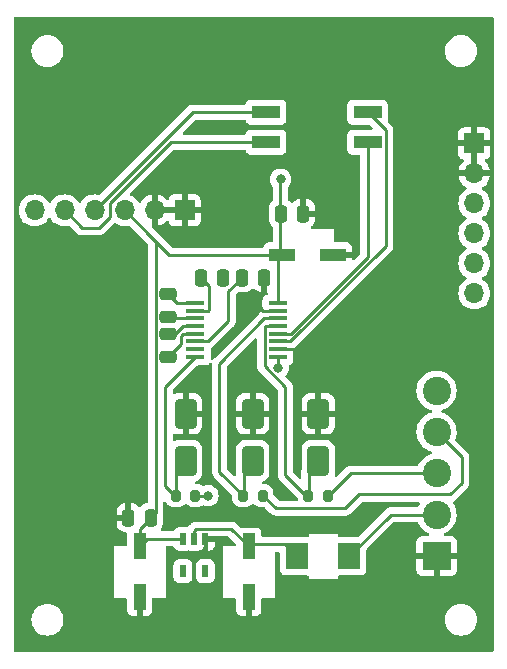
<source format=gbr>
%TF.GenerationSoftware,KiCad,Pcbnew,7.0.9*%
%TF.CreationDate,2024-01-09T17:40:00-08:00*%
%TF.ProjectId,RS-232 Logger,52532d32-3332-4204-9c6f-676765722e6b,rev?*%
%TF.SameCoordinates,Original*%
%TF.FileFunction,Copper,L1,Top*%
%TF.FilePolarity,Positive*%
%FSLAX46Y46*%
G04 Gerber Fmt 4.6, Leading zero omitted, Abs format (unit mm)*
G04 Created by KiCad (PCBNEW 7.0.9) date 2024-01-09 17:40:00*
%MOMM*%
%LPD*%
G01*
G04 APERTURE LIST*
G04 Aperture macros list*
%AMRoundRect*
0 Rectangle with rounded corners*
0 $1 Rounding radius*
0 $2 $3 $4 $5 $6 $7 $8 $9 X,Y pos of 4 corners*
0 Add a 4 corners polygon primitive as box body*
4,1,4,$2,$3,$4,$5,$6,$7,$8,$9,$2,$3,0*
0 Add four circle primitives for the rounded corners*
1,1,$1+$1,$2,$3*
1,1,$1+$1,$4,$5*
1,1,$1+$1,$6,$7*
1,1,$1+$1,$8,$9*
0 Add four rect primitives between the rounded corners*
20,1,$1+$1,$2,$3,$4,$5,0*
20,1,$1+$1,$4,$5,$6,$7,0*
20,1,$1+$1,$6,$7,$8,$9,0*
20,1,$1+$1,$8,$9,$2,$3,0*%
G04 Aperture macros list end*
%TA.AperFunction,SMDPad,CuDef*%
%ADD10RoundRect,0.250000X-0.475000X0.250000X-0.475000X-0.250000X0.475000X-0.250000X0.475000X0.250000X0*%
%TD*%
%TA.AperFunction,SMDPad,CuDef*%
%ADD11R,0.599999X1.000000*%
%TD*%
%TA.AperFunction,SMDPad,CuDef*%
%ADD12RoundRect,0.250000X-0.250000X-0.475000X0.250000X-0.475000X0.250000X0.475000X-0.250000X0.475000X0*%
%TD*%
%TA.AperFunction,ComponentPad*%
%ADD13R,2.400000X2.400000*%
%TD*%
%TA.AperFunction,ComponentPad*%
%ADD14C,2.400000*%
%TD*%
%TA.AperFunction,SMDPad,CuDef*%
%ADD15RoundRect,0.250000X0.250000X0.475000X-0.250000X0.475000X-0.250000X-0.475000X0.250000X-0.475000X0*%
%TD*%
%TA.AperFunction,SMDPad,CuDef*%
%ADD16RoundRect,0.250000X-0.650000X1.000000X-0.650000X-1.000000X0.650000X-1.000000X0.650000X1.000000X0*%
%TD*%
%TA.AperFunction,ComponentPad*%
%ADD17R,1.700000X1.700000*%
%TD*%
%TA.AperFunction,ComponentPad*%
%ADD18O,1.700000X1.700000*%
%TD*%
%TA.AperFunction,SMDPad,CuDef*%
%ADD19RoundRect,0.200000X0.200000X0.275000X-0.200000X0.275000X-0.200000X-0.275000X0.200000X-0.275000X0*%
%TD*%
%TA.AperFunction,SMDPad,CuDef*%
%ADD20R,1.609999X0.430000*%
%TD*%
%TA.AperFunction,SMDPad,CuDef*%
%ADD21R,1.136599X2.177999*%
%TD*%
%TA.AperFunction,SMDPad,CuDef*%
%ADD22R,2.177999X1.136599*%
%TD*%
%TA.AperFunction,SMDPad,CuDef*%
%ADD23R,2.440000X1.120000*%
%TD*%
%TA.AperFunction,SMDPad,CuDef*%
%ADD24R,1.879600X2.260600*%
%TD*%
%TA.AperFunction,ViaPad*%
%ADD25C,0.800000*%
%TD*%
%TA.AperFunction,Conductor*%
%ADD26C,0.254000*%
%TD*%
%TA.AperFunction,Conductor*%
%ADD27C,0.250000*%
%TD*%
G04 APERTURE END LIST*
D10*
%TO.P,C2,1*%
%TO.N,Net-(U1-C2+)*%
X40538400Y-54320400D03*
%TO.P,C2,2*%
%TO.N,Net-(U1-C2-)*%
X40538400Y-56220400D03*
%TD*%
D11*
%TO.P,U2,1,GND*%
%TO.N,GND*%
X43672801Y-71624599D03*
%TO.P,U2,2,IN*%
%TO.N,Net-(D1-K)*%
X42722800Y-71624599D03*
%TO.P,U2,3,OUT*%
%TO.N,+3.3V*%
X41772802Y-71624599D03*
%TO.P,U2,4,NC*%
%TO.N,unconnected-(U2-NC-Pad4)*%
X41772802Y-74374599D03*
%TO.P,U2,5,NC*%
%TO.N,unconnected-(U2-NC-Pad5)*%
X43672801Y-74374599D03*
%TD*%
D12*
%TO.P,C3,1*%
%TO.N,Net-(U1-VS+)*%
X43296800Y-49530000D03*
%TO.P,C3,2*%
%TO.N,GND*%
X45196800Y-49530000D03*
%TD*%
D13*
%TO.P,J2,1,Pin_1*%
%TO.N,GND*%
X63246000Y-73086200D03*
D14*
%TO.P,J2,2,Pin_2*%
%TO.N,/VIN*%
X63246000Y-69586200D03*
%TO.P,J2,3,Pin_3*%
%TO.N,Net-(J2-Pin_3)*%
X63246000Y-66086200D03*
%TO.P,J2,4,Pin_4*%
%TO.N,Net-(J2-Pin_4)*%
X63246000Y-62586200D03*
%TO.P,J2,5,Pin_5*%
%TO.N,Net-(J2-Pin_5)*%
X63246000Y-59086200D03*
%TD*%
D12*
%TO.P,C6,1*%
%TO.N,+3.3V*%
X50053200Y-44094400D03*
%TO.P,C6,2*%
%TO.N,GND*%
X51953200Y-44094400D03*
%TD*%
D10*
%TO.P,C1,1*%
%TO.N,Net-(U1-C1+)*%
X40538400Y-50916800D03*
%TO.P,C1,2*%
%TO.N,Net-(U1-C1-)*%
X40538400Y-52816800D03*
%TD*%
D15*
%TO.P,C8,1*%
%TO.N,+3.3V*%
X39050000Y-69850000D03*
%TO.P,C8,2*%
%TO.N,GND*%
X37150000Y-69850000D03*
%TD*%
D16*
%TO.P,D2,1,A1*%
%TO.N,GND*%
X53225200Y-61042800D03*
%TO.P,D2,2,A2*%
%TO.N,/CTD_TX*%
X53225200Y-65042800D03*
%TD*%
D17*
%TO.P,J3,1,Pin_1*%
%TO.N,GND*%
X66446400Y-38150800D03*
D18*
%TO.P,J3,2,Pin_2*%
X66446400Y-40690800D03*
%TO.P,J3,3,Pin_3*%
%TO.N,+3.3V*%
X66446400Y-43230800D03*
%TO.P,J3,4,Pin_4*%
%TO.N,/LOG_RX*%
X66446400Y-45770800D03*
%TO.P,J3,5,Pin_5*%
%TO.N,/LOG_TX*%
X66446400Y-48310800D03*
%TO.P,J3,6,Pin_6*%
%TO.N,/LOG_DTR*%
X66446400Y-50850800D03*
%TD*%
D19*
%TO.P,R1,1*%
%TO.N,Net-(J2-Pin_3)*%
X54050200Y-67970400D03*
%TO.P,R1,2*%
%TO.N,/CTD_TX*%
X52400200Y-67970400D03*
%TD*%
D20*
%TO.P,U1,1,C1+*%
%TO.N,Net-(U1-C1+)*%
X42824203Y-51674601D03*
%TO.P,U1,2,VS+*%
%TO.N,Net-(U1-VS+)*%
X42824203Y-52324599D03*
%TO.P,U1,3,C1-*%
%TO.N,Net-(U1-C1-)*%
X42824203Y-52974601D03*
%TO.P,U1,4,C2+*%
%TO.N,Net-(U1-C2+)*%
X42824203Y-53624599D03*
%TO.P,U1,5,C2-*%
%TO.N,Net-(U1-C2-)*%
X42824203Y-54274598D03*
%TO.P,U1,6,VS-*%
%TO.N,Net-(U1-VS-)*%
X42824203Y-54924599D03*
%TO.P,U1,7,T2OUT*%
%TO.N,unconnected-(U1-T2OUT-Pad7)*%
X42824203Y-55574598D03*
%TO.P,U1,8,R2IN*%
%TO.N,/CTD_DTR*%
X42824203Y-56224599D03*
%TO.P,U1,9,R2OUT*%
%TO.N,/LOG_DTR*%
X49814201Y-56224599D03*
%TO.P,U1,10,T2IN*%
%TO.N,GND*%
X49814201Y-55574601D03*
%TO.P,U1,11,T1IN*%
%TO.N,Net-(U1-T1IN)*%
X49814201Y-54924599D03*
%TO.P,U1,12,R1OUT*%
%TO.N,Net-(U1-R1OUT)*%
X49814201Y-54274601D03*
%TO.P,U1,13,R1IN*%
%TO.N,/CTD_TX*%
X49814201Y-53624602D03*
%TO.P,U1,14,T1OUT*%
%TO.N,/CTD_RX*%
X49814201Y-52974601D03*
%TO.P,U1,15,GND*%
%TO.N,GND*%
X49814201Y-52324602D03*
%TO.P,U1,16,VCC*%
%TO.N,+3.3V*%
X49814201Y-51674601D03*
%TD*%
D21*
%TO.P,C7,1*%
%TO.N,Net-(D1-K)*%
X47345600Y-72267801D03*
%TO.P,C7,2*%
%TO.N,GND*%
X47345600Y-76576199D03*
%TD*%
D19*
%TO.P,R2,1*%
%TO.N,Net-(J2-Pin_4)*%
X48513000Y-67970400D03*
%TO.P,R2,2*%
%TO.N,/CTD_RX*%
X46863000Y-67970400D03*
%TD*%
D21*
%TO.P,C9,1*%
%TO.N,+3.3V*%
X38100000Y-72267801D03*
%TO.P,C9,2*%
%TO.N,GND*%
X38100000Y-76576199D03*
%TD*%
D22*
%TO.P,C5,1*%
%TO.N,+3.3V*%
X50200002Y-47599600D03*
%TO.P,C5,2*%
%TO.N,GND*%
X54508400Y-47599600D03*
%TD*%
D17*
%TO.P,J1,1,Pin_1*%
%TO.N,GND*%
X41910000Y-43815000D03*
D18*
%TO.P,J1,2,Pin_2*%
X39370000Y-43815000D03*
%TO.P,J1,3,Pin_3*%
%TO.N,+3.3V*%
X36830000Y-43815000D03*
%TO.P,J1,4,Pin_4*%
%TO.N,/LOG_TX*%
X34290000Y-43815000D03*
%TO.P,J1,5,Pin_5*%
%TO.N,/LOG_RX*%
X31750000Y-43815000D03*
%TO.P,J1,6,Pin_6*%
%TO.N,/LOG_DTR*%
X29210000Y-43815000D03*
%TD*%
D23*
%TO.P,SW1,1*%
%TO.N,/LOG_TX*%
X48806400Y-35509200D03*
%TO.P,SW1,2*%
%TO.N,/LOG_RX*%
X48806400Y-38049200D03*
%TO.P,SW1,3*%
%TO.N,Net-(U1-R1OUT)*%
X57416400Y-38049200D03*
%TO.P,SW1,4*%
%TO.N,Net-(U1-T1IN)*%
X57416400Y-35509200D03*
%TD*%
D24*
%TO.P,D1,1,K*%
%TO.N,Net-(D1-K)*%
X51435000Y-73101200D03*
%TO.P,D1,2,A*%
%TO.N,/VIN*%
X55854600Y-73101200D03*
%TD*%
D16*
%TO.P,D3,1,A1*%
%TO.N,GND*%
X47688000Y-61042800D03*
%TO.P,D3,2,A2*%
%TO.N,/CTD_RX*%
X47688000Y-65042800D03*
%TD*%
%TO.P,D4,1,A1*%
%TO.N,GND*%
X41999400Y-61042800D03*
%TO.P,D4,2,A2*%
%TO.N,/CTD_DTR*%
X41999400Y-65042800D03*
%TD*%
D15*
%TO.P,C4,1*%
%TO.N,GND*%
X48666400Y-49530000D03*
%TO.P,C4,2*%
%TO.N,Net-(U1-VS-)*%
X46766400Y-49530000D03*
%TD*%
D19*
%TO.P,R3,1*%
%TO.N,Net-(J2-Pin_5)*%
X42824400Y-67970400D03*
%TO.P,R3,2*%
%TO.N,/CTD_DTR*%
X41174400Y-67970400D03*
%TD*%
D25*
%TO.N,GND*%
X47447200Y-44500800D03*
X46075600Y-58420000D03*
X43637200Y-58420000D03*
%TO.N,/LOG_DTR*%
X49834800Y-57150000D03*
%TO.N,Net-(J2-Pin_5)*%
X43891200Y-67970400D03*
%TO.N,+3.3V*%
X50038000Y-41198800D03*
%TD*%
D26*
%TO.N,GND*%
X48565402Y-52324602D02*
X47879000Y-51638200D01*
X49814201Y-52324602D02*
X48565402Y-52324602D01*
D27*
X51256601Y-55574601D02*
X51460400Y-55778400D01*
X49814201Y-55574601D02*
X51256601Y-55574601D01*
%TO.N,/LOG_TX*%
X42595800Y-35509200D02*
X34290000Y-43815000D01*
X48806400Y-35509200D02*
X42595800Y-35509200D01*
%TO.N,/LOG_RX*%
X48806400Y-38049200D02*
X40744099Y-38049200D01*
X35560000Y-43233299D02*
X35560000Y-44399200D01*
X40744099Y-38049200D02*
X35560000Y-43233299D01*
X35560000Y-44399200D02*
X34645600Y-45313600D01*
X34645600Y-45313600D02*
X33248600Y-45313600D01*
X33248600Y-45313600D02*
X31750000Y-43815000D01*
%TO.N,/LOG_DTR*%
X49814201Y-57129401D02*
X49814201Y-56224599D01*
X49834800Y-57150000D02*
X49814201Y-57129401D01*
%TO.N,Net-(U1-C1+)*%
X40538400Y-50916800D02*
X41296201Y-51674601D01*
X41296201Y-51674601D02*
X42824203Y-51674601D01*
%TO.N,Net-(U1-VS+)*%
X43972201Y-52231600D02*
X43972201Y-50205401D01*
X43879202Y-52324599D02*
X43972201Y-52231600D01*
X43972201Y-50205401D02*
X43296800Y-49530000D01*
X42824203Y-52324599D02*
X43879202Y-52324599D01*
%TO.N,Net-(U1-C1-)*%
X40696201Y-52974601D02*
X42824203Y-52974601D01*
%TO.N,Net-(U1-C2+)*%
X42824203Y-53624599D02*
X41769204Y-53624599D01*
X41769204Y-53624599D02*
X41073403Y-54320400D01*
%TO.N,Net-(U1-C2-)*%
X42824203Y-54274598D02*
X41769204Y-54274598D01*
X41605200Y-55153600D02*
X40538400Y-56220400D01*
X41769204Y-54274598D02*
X41605200Y-54438602D01*
X41605200Y-54438602D02*
X41605200Y-55153600D01*
%TO.N,Net-(U1-VS-)*%
X42824203Y-54924599D02*
X43879202Y-54924599D01*
X45625801Y-53178000D02*
X45625801Y-50670599D01*
X45625801Y-50670599D02*
X46766400Y-49530000D01*
X43879202Y-54924599D02*
X45625801Y-53178000D01*
%TO.N,/CTD_DTR*%
X40284400Y-67182000D02*
X41072800Y-67970400D01*
X41999400Y-65042800D02*
X41174400Y-65867800D01*
X41174400Y-65867800D02*
X41174400Y-67970400D01*
X42824203Y-56224599D02*
X40284400Y-58764402D01*
X40284400Y-58764402D02*
X40284400Y-67182000D01*
%TO.N,/CTD_TX*%
X50444400Y-66243200D02*
X50444400Y-58784905D01*
X48684202Y-57024707D02*
X48684202Y-53699602D01*
X48684202Y-53699602D02*
X48759202Y-53624602D01*
X53225200Y-65042800D02*
X52425600Y-65842400D01*
X52425600Y-68224400D02*
X50444400Y-66243200D01*
X48759202Y-53624602D02*
X49814201Y-53624602D01*
X52425600Y-65842400D02*
X52425600Y-67970400D01*
X50444400Y-58784905D02*
X48684202Y-57024707D01*
%TO.N,/CTD_RX*%
X46939200Y-68021200D02*
X44856400Y-65938400D01*
X46939200Y-65791600D02*
X46939200Y-67970400D01*
X44856400Y-56794400D02*
X48676199Y-52974601D01*
X48676199Y-52974601D02*
X49814201Y-52974601D01*
X44856400Y-65938400D02*
X44856400Y-56794400D01*
%TO.N,Net-(U1-R1OUT)*%
X50886574Y-54274601D02*
X49814201Y-54274601D01*
X57416400Y-47744775D02*
X50886574Y-54274601D01*
X57416400Y-38049200D02*
X57416400Y-47744775D01*
%TO.N,Net-(U1-T1IN)*%
X50872972Y-54924599D02*
X49814201Y-54924599D01*
X58961400Y-37054200D02*
X58961400Y-46836171D01*
X57416400Y-35509200D02*
X58961400Y-37054200D01*
X58961400Y-46836171D02*
X50872972Y-54924599D01*
%TO.N,Net-(J2-Pin_3)*%
X63246000Y-66086200D02*
X55959800Y-66086200D01*
X55959800Y-66086200D02*
X54266798Y-67779202D01*
D26*
%TO.N,Net-(J2-Pin_4)*%
X65379600Y-64719800D02*
X65379600Y-66903600D01*
D27*
X54480262Y-69037200D02*
X49656000Y-69037200D01*
X63804800Y-67868800D02*
X56692800Y-67868800D01*
D26*
X55524400Y-69037200D02*
X56692800Y-67868800D01*
X63246000Y-62586200D02*
X65379600Y-64719800D01*
X64414400Y-67868800D02*
X63804800Y-67868800D01*
D27*
X49656000Y-69037200D02*
X48589200Y-67970400D01*
D26*
X65379600Y-66903600D02*
X64414400Y-67868800D01*
X54480262Y-69037200D02*
X55524400Y-69037200D01*
D27*
%TO.N,Net-(J2-Pin_5)*%
X43891200Y-67970400D02*
X42722800Y-67970400D01*
%TO.N,+3.3V*%
X40614600Y-47599600D02*
X38976300Y-45961300D01*
X38976300Y-45961300D02*
X39471600Y-46456600D01*
X39471600Y-46456600D02*
X39471600Y-69428400D01*
X38743202Y-71624599D02*
X38100000Y-72267801D01*
X39471600Y-69428400D02*
X39050000Y-69850000D01*
D26*
X49814201Y-47985401D02*
X49814201Y-51674601D01*
D27*
X41772802Y-71624599D02*
X38743202Y-71624599D01*
X38976300Y-45961300D02*
X36830000Y-43815000D01*
X38100000Y-72267801D02*
X38100000Y-70800000D01*
X50032101Y-47431699D02*
X50032101Y-41204699D01*
X38100000Y-70800000D02*
X39050000Y-69850000D01*
X50032101Y-41204699D02*
X50038000Y-41198800D01*
X50200002Y-47599600D02*
X40614600Y-47599600D01*
%TO.N,Net-(D1-K)*%
X42722800Y-70967600D02*
X42722800Y-71624599D01*
X45877398Y-70799599D02*
X42890801Y-70799599D01*
X47345600Y-72267801D02*
X45877398Y-70799599D01*
X51435000Y-73101200D02*
X50433700Y-72099900D01*
X42890801Y-70799599D02*
X42722800Y-70967600D01*
X50433700Y-72099900D02*
X47513501Y-72099900D01*
%TO.N,/VIN*%
X63246000Y-69586200D02*
X59369600Y-69586200D01*
X59369600Y-69586200D02*
X55854600Y-73101200D01*
%TD*%
%TA.AperFunction,Conductor*%
%TO.N,GND*%
G36*
X44194581Y-56755875D02*
G01*
X44228066Y-56817199D01*
X44230900Y-56843557D01*
X44230900Y-65855655D01*
X44229175Y-65871272D01*
X44229461Y-65871299D01*
X44228726Y-65879065D01*
X44230900Y-65948214D01*
X44230900Y-65977743D01*
X44230901Y-65977760D01*
X44231768Y-65984631D01*
X44232226Y-65990450D01*
X44233690Y-66037024D01*
X44233691Y-66037027D01*
X44239280Y-66056267D01*
X44243224Y-66075311D01*
X44245434Y-66092801D01*
X44245736Y-66095191D01*
X44262890Y-66138519D01*
X44264782Y-66144047D01*
X44276351Y-66183867D01*
X44277782Y-66188790D01*
X44281807Y-66195597D01*
X44287980Y-66206034D01*
X44296538Y-66223503D01*
X44303914Y-66242132D01*
X44331298Y-66279823D01*
X44334506Y-66284707D01*
X44358227Y-66324816D01*
X44358233Y-66324824D01*
X44372390Y-66338980D01*
X44385028Y-66353776D01*
X44396805Y-66369986D01*
X44396806Y-66369987D01*
X44432709Y-66399688D01*
X44437020Y-66403610D01*
X45187090Y-67153680D01*
X45926181Y-67892771D01*
X45959666Y-67954094D01*
X45962500Y-67980452D01*
X45962500Y-68302013D01*
X45968913Y-68372592D01*
X45968913Y-68372594D01*
X45968914Y-68372596D01*
X46019522Y-68535006D01*
X46080269Y-68635494D01*
X46107530Y-68680588D01*
X46227811Y-68800869D01*
X46227813Y-68800870D01*
X46227815Y-68800872D01*
X46373394Y-68888878D01*
X46535804Y-68939486D01*
X46606384Y-68945900D01*
X46606387Y-68945900D01*
X47119613Y-68945900D01*
X47119616Y-68945900D01*
X47190196Y-68939486D01*
X47352606Y-68888878D01*
X47498185Y-68800872D01*
X47544509Y-68754548D01*
X47600319Y-68698739D01*
X47661642Y-68665254D01*
X47731334Y-68670238D01*
X47775681Y-68698739D01*
X47877811Y-68800869D01*
X47877813Y-68800870D01*
X47877815Y-68800872D01*
X48023394Y-68888878D01*
X48185804Y-68939486D01*
X48256384Y-68945900D01*
X48628747Y-68945900D01*
X48695786Y-68965585D01*
X48716428Y-68982219D01*
X49155197Y-69420988D01*
X49165022Y-69433251D01*
X49165243Y-69433069D01*
X49170214Y-69439078D01*
X49190276Y-69457917D01*
X49220635Y-69486426D01*
X49241529Y-69507320D01*
X49247011Y-69511573D01*
X49251443Y-69515357D01*
X49285418Y-69547262D01*
X49302976Y-69556914D01*
X49319233Y-69567593D01*
X49335064Y-69579873D01*
X49354737Y-69588386D01*
X49377833Y-69598382D01*
X49383077Y-69600950D01*
X49423908Y-69623397D01*
X49436523Y-69626635D01*
X49443305Y-69628377D01*
X49461719Y-69634681D01*
X49480104Y-69642638D01*
X49526157Y-69649932D01*
X49531826Y-69651106D01*
X49576981Y-69662700D01*
X49597016Y-69662700D01*
X49616413Y-69664226D01*
X49636196Y-69667360D01*
X49682584Y-69662975D01*
X49688422Y-69662700D01*
X54377536Y-69662700D01*
X54393130Y-69664674D01*
X54393251Y-69663722D01*
X54400988Y-69664699D01*
X54400990Y-69664700D01*
X55441433Y-69664700D01*
X55457081Y-69666427D01*
X55457108Y-69666146D01*
X55464875Y-69666880D01*
X55464876Y-69666879D01*
X55464877Y-69666880D01*
X55534260Y-69664700D01*
X55563876Y-69664700D01*
X55570778Y-69663827D01*
X55576590Y-69663369D01*
X55623343Y-69661901D01*
X55642672Y-69656284D01*
X55661728Y-69652337D01*
X55681693Y-69649816D01*
X55725170Y-69632601D01*
X55730676Y-69630716D01*
X55775591Y-69617668D01*
X55792915Y-69607421D01*
X55810383Y-69598863D01*
X55829103Y-69591453D01*
X55866942Y-69563959D01*
X55871791Y-69560774D01*
X55912056Y-69536963D01*
X55926297Y-69522720D01*
X55941078Y-69510097D01*
X55957367Y-69498263D01*
X55957369Y-69498259D01*
X55957371Y-69498259D01*
X55969245Y-69483903D01*
X55987176Y-69462228D01*
X55991089Y-69457928D01*
X56918400Y-68530619D01*
X56979723Y-68497134D01*
X57006081Y-68494300D01*
X61698066Y-68494300D01*
X61765105Y-68513985D01*
X61810860Y-68566789D01*
X61820804Y-68635947D01*
X61805453Y-68680300D01*
X61709609Y-68846307D01*
X61709607Y-68846311D01*
X61709607Y-68846312D01*
X61695599Y-68882003D01*
X61652785Y-68937215D01*
X61586915Y-68960517D01*
X61580172Y-68960700D01*
X59452343Y-68960700D01*
X59436722Y-68958975D01*
X59436695Y-68959261D01*
X59428933Y-68958526D01*
X59359772Y-68960700D01*
X59330249Y-68960700D01*
X59323378Y-68961567D01*
X59317559Y-68962025D01*
X59270974Y-68963489D01*
X59270968Y-68963490D01*
X59251726Y-68969080D01*
X59232687Y-68973023D01*
X59212817Y-68975534D01*
X59212803Y-68975537D01*
X59169483Y-68992688D01*
X59163958Y-68994580D01*
X59119213Y-69007580D01*
X59119210Y-69007581D01*
X59101966Y-69017779D01*
X59084505Y-69026333D01*
X59065874Y-69033710D01*
X59065862Y-69033717D01*
X59028170Y-69061102D01*
X59023287Y-69064309D01*
X58983180Y-69088029D01*
X58969014Y-69102195D01*
X58954224Y-69114827D01*
X58938014Y-69126604D01*
X58938011Y-69126607D01*
X58908310Y-69162509D01*
X58904377Y-69166831D01*
X56637127Y-71434081D01*
X56575804Y-71467566D01*
X56549446Y-71470400D01*
X54988000Y-71470400D01*
X54920961Y-71450715D01*
X54875206Y-71397911D01*
X54864000Y-71346400D01*
X54864000Y-71183500D01*
X52425600Y-71183500D01*
X52425600Y-71346400D01*
X52405915Y-71413439D01*
X52353111Y-71459194D01*
X52301600Y-71470400D01*
X50467421Y-71470400D01*
X50461296Y-71469918D01*
X50461294Y-71469984D01*
X50453506Y-71469740D01*
X50453504Y-71469740D01*
X50424123Y-71472517D01*
X50407115Y-71474125D01*
X50401278Y-71474400D01*
X48538399Y-71474400D01*
X48471360Y-71454715D01*
X48425605Y-71401911D01*
X48414399Y-71350400D01*
X48414399Y-71130930D01*
X48414398Y-71130924D01*
X48410502Y-71094682D01*
X48407991Y-71071318D01*
X48405450Y-71064506D01*
X48357697Y-70936472D01*
X48357693Y-70936465D01*
X48271447Y-70821256D01*
X48271444Y-70821253D01*
X48156235Y-70735007D01*
X48156228Y-70735003D01*
X48021382Y-70684709D01*
X48021383Y-70684709D01*
X47961783Y-70678302D01*
X47961781Y-70678301D01*
X47961773Y-70678301D01*
X47961764Y-70678301D01*
X46729429Y-70678301D01*
X46729420Y-70678302D01*
X46708288Y-70680574D01*
X46639529Y-70668167D01*
X46607355Y-70644965D01*
X46378201Y-70415811D01*
X46368378Y-70403549D01*
X46368157Y-70403733D01*
X46363184Y-70397722D01*
X46344557Y-70380230D01*
X46312762Y-70350372D01*
X46302317Y-70339927D01*
X46291873Y-70329482D01*
X46286384Y-70325224D01*
X46281959Y-70321446D01*
X46247980Y-70289537D01*
X46247978Y-70289535D01*
X46247975Y-70289534D01*
X46230427Y-70279887D01*
X46214161Y-70269203D01*
X46198331Y-70256924D01*
X46155566Y-70238417D01*
X46150320Y-70235847D01*
X46109491Y-70213402D01*
X46109490Y-70213401D01*
X46090091Y-70208421D01*
X46071679Y-70202117D01*
X46053296Y-70194161D01*
X46053290Y-70194159D01*
X46007272Y-70186871D01*
X46001550Y-70185686D01*
X45956419Y-70174099D01*
X45956417Y-70174099D01*
X45936382Y-70174099D01*
X45916984Y-70172572D01*
X45909560Y-70171396D01*
X45897203Y-70169439D01*
X45897202Y-70169439D01*
X45850814Y-70173824D01*
X45844976Y-70174099D01*
X42973538Y-70174099D01*
X42957921Y-70172375D01*
X42957894Y-70172661D01*
X42950132Y-70171926D01*
X42881004Y-70174099D01*
X42851451Y-70174099D01*
X42850730Y-70174189D01*
X42844558Y-70174968D01*
X42838746Y-70175425D01*
X42792179Y-70176889D01*
X42792168Y-70176891D01*
X42772935Y-70182478D01*
X42753895Y-70186421D01*
X42734018Y-70188933D01*
X42734011Y-70188934D01*
X42734009Y-70188935D01*
X42734007Y-70188935D01*
X42734006Y-70188936D01*
X42690669Y-70206093D01*
X42685143Y-70207985D01*
X42640412Y-70220981D01*
X42640409Y-70220982D01*
X42623164Y-70231180D01*
X42605702Y-70239734D01*
X42587073Y-70247110D01*
X42587068Y-70247112D01*
X42549365Y-70274505D01*
X42544483Y-70277711D01*
X42504381Y-70301427D01*
X42490209Y-70315599D01*
X42475424Y-70328227D01*
X42459213Y-70340006D01*
X42429510Y-70375909D01*
X42425578Y-70380230D01*
X42339008Y-70466799D01*
X42326751Y-70476620D01*
X42326934Y-70476841D01*
X42320923Y-70481813D01*
X42273572Y-70532236D01*
X42252689Y-70553119D01*
X42252677Y-70553132D01*
X42248421Y-70558617D01*
X42244636Y-70563047D01*
X42223461Y-70585598D01*
X42163221Y-70620995D01*
X42124011Y-70623715D01*
X42123996Y-70623997D01*
X42123996Y-70624099D01*
X42123990Y-70624099D01*
X42123981Y-70624277D01*
X42120684Y-70624100D01*
X42120675Y-70624099D01*
X42120665Y-70624099D01*
X41424931Y-70624099D01*
X41424925Y-70624100D01*
X41365318Y-70630507D01*
X41230473Y-70680801D01*
X41230466Y-70680805D01*
X41115257Y-70767051D01*
X41115254Y-70767054D01*
X41029008Y-70882263D01*
X41029005Y-70882268D01*
X41015517Y-70918433D01*
X40973645Y-70974366D01*
X40908181Y-70998783D01*
X40899335Y-70999099D01*
X39986394Y-70999099D01*
X39919355Y-70979414D01*
X39873600Y-70926610D01*
X39863656Y-70857452D01*
X39889130Y-70798186D01*
X39892709Y-70793659D01*
X39892712Y-70793656D01*
X39984814Y-70644334D01*
X40039999Y-70477797D01*
X40050500Y-70375009D01*
X40050499Y-69702577D01*
X40057028Y-69668352D01*
X40055856Y-69668051D01*
X40058877Y-69656285D01*
X40062780Y-69641080D01*
X40069081Y-69622680D01*
X40077037Y-69604296D01*
X40084329Y-69558252D01*
X40085506Y-69552571D01*
X40097100Y-69507419D01*
X40097100Y-69487383D01*
X40098627Y-69467982D01*
X40101760Y-69448204D01*
X40097375Y-69401815D01*
X40097100Y-69395977D01*
X40097100Y-68593026D01*
X40116785Y-68525987D01*
X40169589Y-68480232D01*
X40238747Y-68470288D01*
X40302303Y-68499313D01*
X40327217Y-68528876D01*
X40330921Y-68535003D01*
X40330922Y-68535006D01*
X40396381Y-68643288D01*
X40418930Y-68680588D01*
X40539211Y-68800869D01*
X40539213Y-68800870D01*
X40539215Y-68800872D01*
X40684794Y-68888878D01*
X40847204Y-68939486D01*
X40917784Y-68945900D01*
X40917787Y-68945900D01*
X41431013Y-68945900D01*
X41431016Y-68945900D01*
X41501596Y-68939486D01*
X41664006Y-68888878D01*
X41809585Y-68800872D01*
X41855909Y-68754548D01*
X41911719Y-68698739D01*
X41973042Y-68665254D01*
X42042734Y-68670238D01*
X42087081Y-68698739D01*
X42189211Y-68800869D01*
X42189213Y-68800870D01*
X42189215Y-68800872D01*
X42334794Y-68888878D01*
X42497204Y-68939486D01*
X42567784Y-68945900D01*
X42567787Y-68945900D01*
X43081013Y-68945900D01*
X43081016Y-68945900D01*
X43151596Y-68939486D01*
X43314006Y-68888878D01*
X43439334Y-68813114D01*
X43506885Y-68795279D01*
X43553916Y-68805952D01*
X43611393Y-68831542D01*
X43611397Y-68831544D01*
X43796554Y-68870900D01*
X43796555Y-68870900D01*
X43985844Y-68870900D01*
X43985846Y-68870900D01*
X44171003Y-68831544D01*
X44343930Y-68754551D01*
X44497071Y-68643288D01*
X44623733Y-68502616D01*
X44718379Y-68338684D01*
X44776874Y-68158656D01*
X44796660Y-67970400D01*
X44776874Y-67782144D01*
X44718379Y-67602116D01*
X44623733Y-67438184D01*
X44497071Y-67297512D01*
X44484436Y-67288332D01*
X44343934Y-67186251D01*
X44343929Y-67186248D01*
X44171007Y-67109257D01*
X44171002Y-67109255D01*
X44025201Y-67078265D01*
X43985846Y-67069900D01*
X43796554Y-67069900D01*
X43757199Y-67078265D01*
X43611398Y-67109255D01*
X43611397Y-67109255D01*
X43553914Y-67134848D01*
X43484664Y-67144131D01*
X43439331Y-67127684D01*
X43314006Y-67051922D01*
X43297597Y-67046809D01*
X43151596Y-67001314D01*
X43151594Y-67001313D01*
X43151592Y-67001313D01*
X43102178Y-66996823D01*
X43081016Y-66994900D01*
X42930542Y-66994900D01*
X42863503Y-66975215D01*
X42817748Y-66922411D01*
X42807804Y-66853253D01*
X42836829Y-66789697D01*
X42891537Y-66753194D01*
X42968734Y-66727614D01*
X43118056Y-66635512D01*
X43242112Y-66511456D01*
X43334214Y-66362134D01*
X43389399Y-66195597D01*
X43399900Y-66092809D01*
X43399899Y-63992792D01*
X43389399Y-63890003D01*
X43334214Y-63723466D01*
X43242112Y-63574144D01*
X43118056Y-63450088D01*
X42968734Y-63357986D01*
X42802197Y-63302801D01*
X42802195Y-63302800D01*
X42699410Y-63292300D01*
X41299398Y-63292300D01*
X41299381Y-63292301D01*
X41196603Y-63302800D01*
X41196600Y-63302801D01*
X41072904Y-63343791D01*
X41003076Y-63346193D01*
X40943034Y-63310461D01*
X40911841Y-63247941D01*
X40909900Y-63226085D01*
X40909900Y-62858988D01*
X40929585Y-62791949D01*
X40982389Y-62746194D01*
X41051547Y-62736250D01*
X41072904Y-62741282D01*
X41196702Y-62782305D01*
X41196709Y-62782306D01*
X41299419Y-62792799D01*
X41749399Y-62792799D01*
X41749400Y-62792798D01*
X41749400Y-61292800D01*
X42249400Y-61292800D01*
X42249400Y-62792799D01*
X42699372Y-62792799D01*
X42699386Y-62792798D01*
X42802097Y-62782305D01*
X42968519Y-62727158D01*
X42968524Y-62727156D01*
X43117745Y-62635115D01*
X43241715Y-62511145D01*
X43333756Y-62361924D01*
X43333758Y-62361919D01*
X43388905Y-62195497D01*
X43388906Y-62195490D01*
X43399399Y-62092786D01*
X43399400Y-62092773D01*
X43399400Y-61292800D01*
X42249400Y-61292800D01*
X41749400Y-61292800D01*
X41749400Y-59292800D01*
X42249400Y-59292800D01*
X42249400Y-60792800D01*
X43399399Y-60792800D01*
X43399399Y-59992828D01*
X43399398Y-59992813D01*
X43388905Y-59890102D01*
X43333758Y-59723680D01*
X43333756Y-59723675D01*
X43241715Y-59574454D01*
X43117745Y-59450484D01*
X42968524Y-59358443D01*
X42968519Y-59358441D01*
X42802097Y-59303294D01*
X42802090Y-59303293D01*
X42699386Y-59292800D01*
X42249400Y-59292800D01*
X41749400Y-59292800D01*
X41299428Y-59292800D01*
X41299412Y-59292801D01*
X41196702Y-59303294D01*
X41072904Y-59344317D01*
X41003076Y-59346719D01*
X40943034Y-59310987D01*
X40911841Y-59248467D01*
X40909900Y-59226611D01*
X40909900Y-59074854D01*
X40929585Y-59007815D01*
X40946219Y-58987173D01*
X42956975Y-56976417D01*
X43018298Y-56942932D01*
X43044656Y-56940098D01*
X43677074Y-56940098D01*
X43677075Y-56940098D01*
X43736686Y-56933690D01*
X43871534Y-56883395D01*
X43986749Y-56797145D01*
X44007634Y-56769246D01*
X44063566Y-56727375D01*
X44133258Y-56722391D01*
X44194581Y-56755875D01*
G37*
%TD.AperFunction*%
%TA.AperFunction,Conductor*%
G36*
X47978036Y-54659868D02*
G01*
X48033969Y-54701740D01*
X48058386Y-54767204D01*
X48058702Y-54776050D01*
X48058702Y-56941962D01*
X48056977Y-56957579D01*
X48057263Y-56957606D01*
X48056528Y-56965372D01*
X48058702Y-57034521D01*
X48058702Y-57064050D01*
X48058703Y-57064067D01*
X48059570Y-57070938D01*
X48060028Y-57076757D01*
X48061492Y-57123331D01*
X48061493Y-57123334D01*
X48067082Y-57142574D01*
X48071026Y-57161618D01*
X48073538Y-57181498D01*
X48090692Y-57224826D01*
X48092584Y-57230354D01*
X48105583Y-57275095D01*
X48115782Y-57292341D01*
X48124340Y-57309810D01*
X48131716Y-57328439D01*
X48159100Y-57366130D01*
X48162308Y-57371014D01*
X48186029Y-57411123D01*
X48186035Y-57411131D01*
X48200192Y-57425287D01*
X48212830Y-57440083D01*
X48224607Y-57456293D01*
X48224608Y-57456294D01*
X48260511Y-57485995D01*
X48264822Y-57489917D01*
X49094586Y-58319681D01*
X49782581Y-59007676D01*
X49816066Y-59068999D01*
X49818900Y-59095357D01*
X49818900Y-66160455D01*
X49817175Y-66176072D01*
X49817461Y-66176099D01*
X49816726Y-66183865D01*
X49818900Y-66253014D01*
X49818900Y-66282543D01*
X49818901Y-66282560D01*
X49819768Y-66289431D01*
X49820226Y-66295250D01*
X49821690Y-66341824D01*
X49821691Y-66341827D01*
X49827280Y-66361067D01*
X49831224Y-66380111D01*
X49833698Y-66399688D01*
X49833736Y-66399991D01*
X49850890Y-66443319D01*
X49852782Y-66448847D01*
X49865781Y-66493588D01*
X49875980Y-66510834D01*
X49884538Y-66528303D01*
X49891914Y-66546932D01*
X49919298Y-66584623D01*
X49922506Y-66589507D01*
X49946227Y-66629616D01*
X49946233Y-66629624D01*
X49960390Y-66643780D01*
X49973028Y-66658576D01*
X49984805Y-66674786D01*
X49984806Y-66674787D01*
X50020709Y-66704488D01*
X50025020Y-66708410D01*
X50745347Y-67428737D01*
X51463381Y-68146771D01*
X51496866Y-68208094D01*
X51499700Y-68234452D01*
X51499700Y-68287700D01*
X51480015Y-68354739D01*
X51427211Y-68400494D01*
X51375700Y-68411700D01*
X49966452Y-68411700D01*
X49899413Y-68392015D01*
X49878771Y-68375381D01*
X49449819Y-67946428D01*
X49416334Y-67885105D01*
X49413500Y-67858747D01*
X49413500Y-67638786D01*
X49410168Y-67602116D01*
X49407086Y-67568204D01*
X49356478Y-67405794D01*
X49268472Y-67260215D01*
X49268470Y-67260213D01*
X49268469Y-67260211D01*
X49148188Y-67139930D01*
X49142403Y-67136433D01*
X49002606Y-67051922D01*
X48840196Y-67001314D01*
X48840194Y-67001313D01*
X48840192Y-67001313D01*
X48790778Y-66996823D01*
X48769616Y-66994900D01*
X48619142Y-66994900D01*
X48552103Y-66975215D01*
X48506348Y-66922411D01*
X48496404Y-66853253D01*
X48525429Y-66789697D01*
X48580137Y-66753194D01*
X48657334Y-66727614D01*
X48806656Y-66635512D01*
X48930712Y-66511456D01*
X49022814Y-66362134D01*
X49077999Y-66195597D01*
X49088500Y-66092809D01*
X49088499Y-63992792D01*
X49077999Y-63890003D01*
X49022814Y-63723466D01*
X48930712Y-63574144D01*
X48806656Y-63450088D01*
X48657334Y-63357986D01*
X48490797Y-63302801D01*
X48490795Y-63302800D01*
X48388010Y-63292300D01*
X46987998Y-63292300D01*
X46987981Y-63292301D01*
X46885203Y-63302800D01*
X46885200Y-63302801D01*
X46718668Y-63357985D01*
X46718663Y-63357987D01*
X46569342Y-63450089D01*
X46445289Y-63574142D01*
X46353187Y-63723463D01*
X46353186Y-63723466D01*
X46298001Y-63890003D01*
X46298001Y-63890004D01*
X46298000Y-63890004D01*
X46287500Y-63992783D01*
X46287500Y-66092801D01*
X46287501Y-66092819D01*
X46296691Y-66182779D01*
X46283921Y-66251472D01*
X46236040Y-66302356D01*
X46168250Y-66319276D01*
X46102074Y-66296860D01*
X46085652Y-66283061D01*
X45518219Y-65715628D01*
X45484734Y-65654305D01*
X45481900Y-65627947D01*
X45481900Y-61292800D01*
X46288001Y-61292800D01*
X46288001Y-62092786D01*
X46298494Y-62195497D01*
X46353641Y-62361919D01*
X46353643Y-62361924D01*
X46445684Y-62511145D01*
X46569654Y-62635115D01*
X46718875Y-62727156D01*
X46718880Y-62727158D01*
X46885302Y-62782305D01*
X46885309Y-62782306D01*
X46988019Y-62792799D01*
X47437999Y-62792799D01*
X47438000Y-62792798D01*
X47438000Y-61292800D01*
X47938000Y-61292800D01*
X47938000Y-62792799D01*
X48387972Y-62792799D01*
X48387986Y-62792798D01*
X48490697Y-62782305D01*
X48657119Y-62727158D01*
X48657124Y-62727156D01*
X48806345Y-62635115D01*
X48930315Y-62511145D01*
X49022356Y-62361924D01*
X49022358Y-62361919D01*
X49077505Y-62195497D01*
X49077506Y-62195490D01*
X49087999Y-62092786D01*
X49088000Y-62092773D01*
X49088000Y-61292800D01*
X47938000Y-61292800D01*
X47438000Y-61292800D01*
X46288001Y-61292800D01*
X45481900Y-61292800D01*
X45481900Y-60792800D01*
X46288000Y-60792800D01*
X47438000Y-60792800D01*
X47438000Y-59292800D01*
X47938000Y-59292800D01*
X47938000Y-60792800D01*
X49087999Y-60792800D01*
X49087999Y-59992828D01*
X49087998Y-59992813D01*
X49077505Y-59890102D01*
X49022358Y-59723680D01*
X49022356Y-59723675D01*
X48930315Y-59574454D01*
X48806345Y-59450484D01*
X48657124Y-59358443D01*
X48657119Y-59358441D01*
X48490697Y-59303294D01*
X48490690Y-59303293D01*
X48387986Y-59292800D01*
X47938000Y-59292800D01*
X47438000Y-59292800D01*
X46988028Y-59292800D01*
X46988012Y-59292801D01*
X46885302Y-59303294D01*
X46718880Y-59358441D01*
X46718875Y-59358443D01*
X46569654Y-59450484D01*
X46445684Y-59574454D01*
X46353643Y-59723675D01*
X46353641Y-59723680D01*
X46298494Y-59890102D01*
X46298493Y-59890109D01*
X46288000Y-59992813D01*
X46288000Y-60792800D01*
X45481900Y-60792800D01*
X45481900Y-57104852D01*
X45501585Y-57037813D01*
X45518219Y-57017171D01*
X47847021Y-54688369D01*
X47908344Y-54654884D01*
X47978036Y-54659868D01*
G37*
%TD.AperFunction*%
%TA.AperFunction,Conductor*%
G36*
X48859439Y-49299685D02*
G01*
X48905194Y-49352489D01*
X48916400Y-49404000D01*
X48916400Y-50754999D01*
X48929300Y-50767899D01*
X48962785Y-50829222D01*
X48957801Y-50898914D01*
X48915929Y-50954847D01*
X48884953Y-50971762D01*
X48766870Y-51015804D01*
X48766865Y-51015807D01*
X48651656Y-51102053D01*
X48651653Y-51102056D01*
X48565407Y-51217265D01*
X48565403Y-51217272D01*
X48515111Y-51352114D01*
X48515110Y-51352118D01*
X48508701Y-51411728D01*
X48508701Y-51411735D01*
X48508701Y-51411736D01*
X48508701Y-51937471D01*
X48508702Y-51937482D01*
X48514207Y-51988695D01*
X48514207Y-52015198D01*
X48509201Y-52061766D01*
X48509201Y-52109602D01*
X48518588Y-52118989D01*
X48553658Y-52129287D01*
X48585886Y-52159292D01*
X48592624Y-52168293D01*
X48617041Y-52233758D01*
X48602189Y-52302030D01*
X48552783Y-52351435D01*
X48524202Y-52362705D01*
X48519412Y-52363935D01*
X48476082Y-52381089D01*
X48470557Y-52382981D01*
X48425812Y-52395981D01*
X48425809Y-52395982D01*
X48408565Y-52406180D01*
X48391104Y-52414734D01*
X48372473Y-52422111D01*
X48372461Y-52422118D01*
X48334769Y-52449503D01*
X48329886Y-52452710D01*
X48289779Y-52476430D01*
X48275613Y-52490596D01*
X48260823Y-52503228D01*
X48244613Y-52515005D01*
X48244610Y-52515008D01*
X48214909Y-52550910D01*
X48210976Y-52555232D01*
X44472608Y-56293599D01*
X44460351Y-56303420D01*
X44460534Y-56303641D01*
X44454523Y-56308613D01*
X44407172Y-56359036D01*
X44386289Y-56379919D01*
X44386277Y-56379932D01*
X44382021Y-56385417D01*
X44378236Y-56389847D01*
X44344097Y-56426204D01*
X44283857Y-56461601D01*
X44214043Y-56458810D01*
X44156820Y-56418718D01*
X44130357Y-56354053D01*
X44129702Y-56341337D01*
X44129702Y-55961727D01*
X44129701Y-55961725D01*
X44129701Y-55961710D01*
X44124448Y-55912853D01*
X44124448Y-55886347D01*
X44129703Y-55837471D01*
X44129702Y-55578940D01*
X44149386Y-55511902D01*
X44180814Y-55478625D01*
X44182934Y-55477085D01*
X44220641Y-55449688D01*
X44225507Y-55446491D01*
X44265622Y-55422769D01*
X44279791Y-55408598D01*
X44294581Y-55395967D01*
X44310789Y-55384193D01*
X44340501Y-55348275D01*
X44344414Y-55343975D01*
X46009588Y-53678801D01*
X46021843Y-53668986D01*
X46021660Y-53668764D01*
X46027667Y-53663792D01*
X46027678Y-53663786D01*
X46058576Y-53630882D01*
X46075028Y-53613364D01*
X46085472Y-53602918D01*
X46095921Y-53592471D01*
X46100180Y-53586978D01*
X46103953Y-53582561D01*
X46135863Y-53548582D01*
X46145516Y-53531020D01*
X46156190Y-53514770D01*
X46168474Y-53498936D01*
X46186981Y-53456167D01*
X46189550Y-53450924D01*
X46211997Y-53410093D01*
X46211998Y-53410092D01*
X46216978Y-53390691D01*
X46223279Y-53372288D01*
X46231239Y-53353896D01*
X46238531Y-53307849D01*
X46239712Y-53302152D01*
X46251301Y-53257019D01*
X46251301Y-53236983D01*
X46252828Y-53217582D01*
X46255961Y-53197804D01*
X46251576Y-53151415D01*
X46251301Y-53145577D01*
X46251301Y-50981050D01*
X46270986Y-50914011D01*
X46287611Y-50893378D01*
X46389173Y-50791815D01*
X46450492Y-50758333D01*
X46476841Y-50755499D01*
X47066408Y-50755499D01*
X47066416Y-50755498D01*
X47066419Y-50755498D01*
X47122702Y-50749748D01*
X47169197Y-50744999D01*
X47335734Y-50689814D01*
X47485056Y-50597712D01*
X47609112Y-50473656D01*
X47611152Y-50470347D01*
X47613145Y-50468555D01*
X47613593Y-50467989D01*
X47613689Y-50468065D01*
X47663094Y-50423623D01*
X47732056Y-50412395D01*
X47796140Y-50440234D01*
X47822229Y-50470339D01*
X47824081Y-50473341D01*
X47824083Y-50473344D01*
X47948054Y-50597315D01*
X48097275Y-50689356D01*
X48097280Y-50689358D01*
X48263702Y-50744505D01*
X48263709Y-50744506D01*
X48366419Y-50754999D01*
X48416399Y-50754998D01*
X48416400Y-50754998D01*
X48416400Y-49404000D01*
X48436085Y-49336961D01*
X48488889Y-49291206D01*
X48540400Y-49280000D01*
X48792400Y-49280000D01*
X48859439Y-49299685D01*
G37*
%TD.AperFunction*%
%TA.AperFunction,Conductor*%
G36*
X41450507Y-43605156D02*
G01*
X41410000Y-43743111D01*
X41410000Y-43886889D01*
X41450507Y-44024844D01*
X41476314Y-44065000D01*
X39803686Y-44065000D01*
X39829493Y-44024844D01*
X39870000Y-43886889D01*
X39870000Y-43743111D01*
X39829493Y-43605156D01*
X39803686Y-43565000D01*
X41476314Y-43565000D01*
X41450507Y-43605156D01*
G37*
%TD.AperFunction*%
%TA.AperFunction,Conductor*%
G36*
X66696400Y-40255298D02*
G01*
X66588715Y-40206120D01*
X66482163Y-40190800D01*
X66410637Y-40190800D01*
X66304085Y-40206120D01*
X66196400Y-40255298D01*
X66196400Y-38586301D01*
X66304085Y-38635480D01*
X66410637Y-38650800D01*
X66482163Y-38650800D01*
X66588715Y-38635480D01*
X66696400Y-38586301D01*
X66696400Y-40255298D01*
G37*
%TD.AperFunction*%
%TA.AperFunction,Conductor*%
G36*
X68015039Y-27451685D02*
G01*
X68060794Y-27504489D01*
X68072000Y-27556000D01*
X68072000Y-81025438D01*
X68052315Y-81092477D01*
X68035681Y-81113119D01*
X68006719Y-81142081D01*
X67945396Y-81175566D01*
X67919038Y-81178400D01*
X27556000Y-81178400D01*
X27488961Y-81158715D01*
X27443206Y-81105911D01*
X27432000Y-81054400D01*
X27432000Y-78475200D01*
X28947141Y-78475200D01*
X28967736Y-78710603D01*
X28967738Y-78710613D01*
X29028894Y-78938855D01*
X29028896Y-78938859D01*
X29028897Y-78938863D01*
X29078831Y-79045946D01*
X29128764Y-79153028D01*
X29128765Y-79153030D01*
X29264305Y-79346602D01*
X29431397Y-79513694D01*
X29624969Y-79649234D01*
X29624971Y-79649235D01*
X29839137Y-79749103D01*
X30067392Y-79810263D01*
X30243834Y-79825700D01*
X30361766Y-79825700D01*
X30538208Y-79810263D01*
X30766463Y-79749103D01*
X30980629Y-79649235D01*
X31174201Y-79513695D01*
X31341295Y-79346601D01*
X31476835Y-79153030D01*
X31576703Y-78938863D01*
X31637863Y-78710608D01*
X31658459Y-78475200D01*
X63947141Y-78475200D01*
X63967736Y-78710603D01*
X63967738Y-78710613D01*
X64028894Y-78938855D01*
X64028896Y-78938859D01*
X64028897Y-78938863D01*
X64078831Y-79045946D01*
X64128764Y-79153028D01*
X64128765Y-79153030D01*
X64264305Y-79346602D01*
X64431397Y-79513694D01*
X64624969Y-79649234D01*
X64624971Y-79649235D01*
X64839137Y-79749103D01*
X65067392Y-79810263D01*
X65243834Y-79825700D01*
X65361766Y-79825700D01*
X65538208Y-79810263D01*
X65766463Y-79749103D01*
X65980629Y-79649235D01*
X66174201Y-79513695D01*
X66341295Y-79346601D01*
X66476835Y-79153030D01*
X66576703Y-78938863D01*
X66637863Y-78710608D01*
X66658459Y-78475200D01*
X66637863Y-78239792D01*
X66576703Y-78011537D01*
X66476835Y-77797371D01*
X66476834Y-77797369D01*
X66341294Y-77603797D01*
X66174202Y-77436705D01*
X65980630Y-77301165D01*
X65980628Y-77301164D01*
X65873546Y-77251231D01*
X65766463Y-77201297D01*
X65766459Y-77201296D01*
X65766455Y-77201294D01*
X65538213Y-77140138D01*
X65538203Y-77140136D01*
X65361766Y-77124700D01*
X65243834Y-77124700D01*
X65067396Y-77140136D01*
X65067386Y-77140138D01*
X64839144Y-77201294D01*
X64839135Y-77201298D01*
X64624971Y-77301164D01*
X64624969Y-77301165D01*
X64431397Y-77436705D01*
X64264306Y-77603797D01*
X64264301Y-77603804D01*
X64128767Y-77797365D01*
X64128765Y-77797369D01*
X64028898Y-78011535D01*
X64028894Y-78011544D01*
X63967738Y-78239786D01*
X63967736Y-78239796D01*
X63947141Y-78475199D01*
X63947141Y-78475200D01*
X31658459Y-78475200D01*
X31637863Y-78239792D01*
X31576703Y-78011537D01*
X31476835Y-77797371D01*
X31476834Y-77797369D01*
X31341294Y-77603797D01*
X31174202Y-77436705D01*
X30980630Y-77301165D01*
X30980628Y-77301164D01*
X30873546Y-77251231D01*
X30766463Y-77201297D01*
X30766459Y-77201296D01*
X30766455Y-77201294D01*
X30538213Y-77140138D01*
X30538203Y-77140136D01*
X30361766Y-77124700D01*
X30243834Y-77124700D01*
X30067396Y-77140136D01*
X30067386Y-77140138D01*
X29839144Y-77201294D01*
X29839135Y-77201298D01*
X29624971Y-77301164D01*
X29624969Y-77301165D01*
X29431397Y-77436705D01*
X29264306Y-77603797D01*
X29264301Y-77603804D01*
X29128767Y-77797365D01*
X29128765Y-77797369D01*
X29028898Y-78011535D01*
X29028894Y-78011544D01*
X28967738Y-78239786D01*
X28967736Y-78239796D01*
X28947141Y-78475199D01*
X28947141Y-78475200D01*
X27432000Y-78475200D01*
X27432000Y-69600000D01*
X36150000Y-69600000D01*
X36900000Y-69600000D01*
X36900000Y-68625000D01*
X36899999Y-68624999D01*
X36850029Y-68625000D01*
X36850011Y-68625001D01*
X36747302Y-68635494D01*
X36580880Y-68690641D01*
X36580875Y-68690643D01*
X36431654Y-68782684D01*
X36307684Y-68906654D01*
X36215643Y-69055875D01*
X36215641Y-69055880D01*
X36160494Y-69222302D01*
X36160493Y-69222309D01*
X36150000Y-69325013D01*
X36150000Y-69600000D01*
X27432000Y-69600000D01*
X27432000Y-43815000D01*
X27854341Y-43815000D01*
X27874936Y-44050403D01*
X27874938Y-44050413D01*
X27936094Y-44278655D01*
X27936096Y-44278659D01*
X27936097Y-44278663D01*
X27966751Y-44344400D01*
X28035965Y-44492830D01*
X28035967Y-44492834D01*
X28124591Y-44619401D01*
X28171505Y-44686401D01*
X28338599Y-44853495D01*
X28391192Y-44890321D01*
X28532165Y-44989032D01*
X28532167Y-44989033D01*
X28532170Y-44989035D01*
X28746337Y-45088903D01*
X28746343Y-45088904D01*
X28746344Y-45088905D01*
X28761519Y-45092971D01*
X28974592Y-45150063D01*
X29145319Y-45165000D01*
X29209999Y-45170659D01*
X29210000Y-45170659D01*
X29210001Y-45170659D01*
X29274681Y-45165000D01*
X29445408Y-45150063D01*
X29673663Y-45088903D01*
X29887830Y-44989035D01*
X30081401Y-44853495D01*
X30248495Y-44686401D01*
X30378425Y-44500842D01*
X30433002Y-44457217D01*
X30502500Y-44450023D01*
X30564855Y-44481546D01*
X30581575Y-44500842D01*
X30711500Y-44686395D01*
X30711505Y-44686401D01*
X30878599Y-44853495D01*
X30931192Y-44890321D01*
X31072165Y-44989032D01*
X31072167Y-44989033D01*
X31072170Y-44989035D01*
X31286337Y-45088903D01*
X31286343Y-45088904D01*
X31286344Y-45088905D01*
X31301519Y-45092971D01*
X31514592Y-45150063D01*
X31685319Y-45165000D01*
X31749999Y-45170659D01*
X31750000Y-45170659D01*
X31750001Y-45170659D01*
X31814681Y-45165000D01*
X31985408Y-45150063D01*
X32085873Y-45123143D01*
X32155722Y-45124806D01*
X32205647Y-45155237D01*
X32747797Y-45697388D01*
X32757622Y-45709651D01*
X32757843Y-45709469D01*
X32762814Y-45715478D01*
X32783643Y-45735037D01*
X32813235Y-45762826D01*
X32834129Y-45783720D01*
X32839611Y-45787973D01*
X32844043Y-45791757D01*
X32878018Y-45823662D01*
X32895576Y-45833314D01*
X32911835Y-45843995D01*
X32927664Y-45856273D01*
X32970438Y-45874782D01*
X32975656Y-45877338D01*
X33016508Y-45899797D01*
X33035916Y-45904780D01*
X33054317Y-45911080D01*
X33072704Y-45919037D01*
X33116088Y-45925908D01*
X33118719Y-45926325D01*
X33124439Y-45927509D01*
X33169581Y-45939100D01*
X33189616Y-45939100D01*
X33209014Y-45940626D01*
X33228794Y-45943759D01*
X33228795Y-45943760D01*
X33228795Y-45943759D01*
X33228796Y-45943760D01*
X33275184Y-45939375D01*
X33281022Y-45939100D01*
X34562857Y-45939100D01*
X34578477Y-45940824D01*
X34578504Y-45940539D01*
X34586260Y-45941271D01*
X34586267Y-45941273D01*
X34655414Y-45939100D01*
X34684950Y-45939100D01*
X34691828Y-45938230D01*
X34697641Y-45937772D01*
X34744227Y-45936309D01*
X34763469Y-45930717D01*
X34782512Y-45926774D01*
X34802392Y-45924264D01*
X34845722Y-45907107D01*
X34851246Y-45905217D01*
X34854996Y-45904127D01*
X34895990Y-45892218D01*
X34913229Y-45882022D01*
X34930703Y-45873462D01*
X34949327Y-45866088D01*
X34949327Y-45866087D01*
X34949332Y-45866086D01*
X34987049Y-45838682D01*
X34991905Y-45835492D01*
X35032020Y-45811770D01*
X35046189Y-45797599D01*
X35060979Y-45784968D01*
X35077187Y-45773194D01*
X35106899Y-45737276D01*
X35110812Y-45732976D01*
X35903671Y-44940118D01*
X35964990Y-44906636D01*
X36034682Y-44911620D01*
X36062467Y-44926224D01*
X36152170Y-44989035D01*
X36366337Y-45088903D01*
X36366343Y-45088904D01*
X36366344Y-45088905D01*
X36381519Y-45092971D01*
X36594592Y-45150063D01*
X36765319Y-45165000D01*
X36829999Y-45170659D01*
X36830000Y-45170659D01*
X36830001Y-45170659D01*
X36894681Y-45165000D01*
X37065408Y-45150063D01*
X37165873Y-45123143D01*
X37235722Y-45124806D01*
X37285647Y-45155237D01*
X38809781Y-46679371D01*
X38843266Y-46740694D01*
X38846100Y-46767052D01*
X38846100Y-68502704D01*
X38826415Y-68569743D01*
X38773611Y-68615498D01*
X38734702Y-68626062D01*
X38647202Y-68635001D01*
X38647200Y-68635001D01*
X38480668Y-68690185D01*
X38480663Y-68690187D01*
X38331342Y-68782289D01*
X38207288Y-68906343D01*
X38207283Y-68906349D01*
X38205241Y-68909661D01*
X38203247Y-68911453D01*
X38202807Y-68912011D01*
X38202711Y-68911935D01*
X38153291Y-68956383D01*
X38084328Y-68967602D01*
X38020247Y-68939755D01*
X37994168Y-68909656D01*
X37992319Y-68906659D01*
X37992316Y-68906655D01*
X37868345Y-68782684D01*
X37719124Y-68690643D01*
X37719119Y-68690641D01*
X37552697Y-68635494D01*
X37552690Y-68635493D01*
X37449986Y-68625000D01*
X37400000Y-68625000D01*
X37400000Y-69976000D01*
X37380315Y-70043039D01*
X37327511Y-70088794D01*
X37276000Y-70100000D01*
X36150001Y-70100000D01*
X36150001Y-70374986D01*
X36160494Y-70477697D01*
X36215641Y-70644119D01*
X36215643Y-70644124D01*
X36307684Y-70793345D01*
X36431654Y-70917315D01*
X36580875Y-71009356D01*
X36580880Y-71009358D01*
X36747302Y-71064505D01*
X36747309Y-71064506D01*
X36850019Y-71074999D01*
X36907198Y-71074999D01*
X36974238Y-71094682D01*
X37019994Y-71147486D01*
X37031200Y-71198999D01*
X37031200Y-72100900D01*
X37011515Y-72167939D01*
X36958711Y-72213694D01*
X36907200Y-72224900D01*
X35902900Y-72224900D01*
X35902900Y-76619100D01*
X36907700Y-76619100D01*
X36974739Y-76638785D01*
X37020494Y-76691589D01*
X37031700Y-76743100D01*
X37031700Y-77713043D01*
X37038101Y-77772571D01*
X37038103Y-77772578D01*
X37088345Y-77907285D01*
X37088349Y-77907292D01*
X37174509Y-78022386D01*
X37174512Y-78022389D01*
X37289606Y-78108549D01*
X37289613Y-78108553D01*
X37424320Y-78158795D01*
X37424327Y-78158797D01*
X37483855Y-78165198D01*
X37483872Y-78165199D01*
X37850000Y-78165199D01*
X37850000Y-76450199D01*
X37869685Y-76383160D01*
X37922489Y-76337405D01*
X37974000Y-76326199D01*
X38226000Y-76326199D01*
X38293039Y-76345884D01*
X38338794Y-76398688D01*
X38350000Y-76450199D01*
X38350000Y-78165199D01*
X38716128Y-78165199D01*
X38716144Y-78165198D01*
X38775672Y-78158797D01*
X38775679Y-78158795D01*
X38910386Y-78108553D01*
X38910393Y-78108549D01*
X39025487Y-78022389D01*
X39025490Y-78022386D01*
X39111650Y-77907292D01*
X39111654Y-77907285D01*
X39161896Y-77772578D01*
X39161898Y-77772571D01*
X39168299Y-77713043D01*
X39168300Y-77713026D01*
X39168300Y-76743100D01*
X39187985Y-76676061D01*
X39240789Y-76630306D01*
X39292300Y-76619100D01*
X40297100Y-76619100D01*
X40297100Y-74922469D01*
X40972302Y-74922469D01*
X40972303Y-74922475D01*
X40978710Y-74982082D01*
X41029004Y-75116927D01*
X41029008Y-75116934D01*
X41115254Y-75232143D01*
X41115257Y-75232146D01*
X41230466Y-75318392D01*
X41230473Y-75318396D01*
X41275420Y-75335160D01*
X41365319Y-75368690D01*
X41424929Y-75375099D01*
X42120674Y-75375098D01*
X42180285Y-75368690D01*
X42315133Y-75318395D01*
X42430348Y-75232145D01*
X42516598Y-75116930D01*
X42566893Y-74982082D01*
X42573302Y-74922472D01*
X42573302Y-74922469D01*
X42872301Y-74922469D01*
X42872302Y-74922475D01*
X42878709Y-74982082D01*
X42929003Y-75116927D01*
X42929007Y-75116934D01*
X43015253Y-75232143D01*
X43015256Y-75232146D01*
X43130465Y-75318392D01*
X43130472Y-75318396D01*
X43175419Y-75335160D01*
X43265318Y-75368690D01*
X43324928Y-75375099D01*
X44020673Y-75375098D01*
X44080284Y-75368690D01*
X44215132Y-75318395D01*
X44330347Y-75232145D01*
X44416597Y-75116930D01*
X44466892Y-74982082D01*
X44473301Y-74922472D01*
X44473300Y-73826727D01*
X44466892Y-73767116D01*
X44436712Y-73686200D01*
X44416598Y-73632270D01*
X44416594Y-73632263D01*
X44330348Y-73517054D01*
X44330345Y-73517051D01*
X44215136Y-73430805D01*
X44215129Y-73430801D01*
X44080287Y-73380509D01*
X44080286Y-73380508D01*
X44080284Y-73380508D01*
X44020674Y-73374099D01*
X44020664Y-73374099D01*
X43324930Y-73374099D01*
X43324924Y-73374100D01*
X43265317Y-73380507D01*
X43130472Y-73430801D01*
X43130465Y-73430805D01*
X43015256Y-73517051D01*
X43015253Y-73517054D01*
X42929007Y-73632263D01*
X42929003Y-73632270D01*
X42878709Y-73767116D01*
X42872302Y-73826715D01*
X42872302Y-73826722D01*
X42872301Y-73826734D01*
X42872301Y-74922469D01*
X42573302Y-74922469D01*
X42573301Y-73826727D01*
X42566893Y-73767116D01*
X42536713Y-73686200D01*
X42516599Y-73632270D01*
X42516595Y-73632263D01*
X42430349Y-73517054D01*
X42430346Y-73517051D01*
X42315137Y-73430805D01*
X42315130Y-73430801D01*
X42180288Y-73380509D01*
X42180287Y-73380508D01*
X42180285Y-73380508D01*
X42120675Y-73374099D01*
X42120665Y-73374099D01*
X41424931Y-73374099D01*
X41424925Y-73374100D01*
X41365318Y-73380507D01*
X41230473Y-73430801D01*
X41230466Y-73430805D01*
X41115257Y-73517051D01*
X41115254Y-73517054D01*
X41029008Y-73632263D01*
X41029004Y-73632270D01*
X40978710Y-73767116D01*
X40972303Y-73826715D01*
X40972303Y-73826722D01*
X40972302Y-73826734D01*
X40972302Y-74922469D01*
X40297100Y-74922469D01*
X40297100Y-72374099D01*
X40316785Y-72307060D01*
X40369589Y-72261305D01*
X40421100Y-72250099D01*
X40899335Y-72250099D01*
X40966374Y-72269784D01*
X41012129Y-72322588D01*
X41015517Y-72330765D01*
X41029005Y-72366929D01*
X41029008Y-72366934D01*
X41115254Y-72482143D01*
X41115257Y-72482146D01*
X41230466Y-72568392D01*
X41230473Y-72568396D01*
X41275420Y-72585160D01*
X41365319Y-72618690D01*
X41424929Y-72625099D01*
X42120674Y-72625098D01*
X42180285Y-72618690D01*
X42204466Y-72609670D01*
X42274156Y-72604685D01*
X42291135Y-72609671D01*
X42315311Y-72618688D01*
X42315317Y-72618690D01*
X42374927Y-72625099D01*
X43070672Y-72625098D01*
X43130283Y-72618690D01*
X43155180Y-72609403D01*
X43224870Y-72604418D01*
X43241848Y-72609403D01*
X43265424Y-72618196D01*
X43265428Y-72618197D01*
X43324956Y-72624598D01*
X43324973Y-72624599D01*
X43422801Y-72624599D01*
X43422801Y-72466702D01*
X43442486Y-72399663D01*
X43447518Y-72392414D01*
X43466596Y-72366930D01*
X43516891Y-72232082D01*
X43523300Y-72172472D01*
X43523300Y-71874599D01*
X43922801Y-71874599D01*
X43922801Y-72624599D01*
X44020629Y-72624599D01*
X44020645Y-72624598D01*
X44080173Y-72618197D01*
X44080180Y-72618195D01*
X44214887Y-72567953D01*
X44214894Y-72567949D01*
X44329988Y-72481789D01*
X44329991Y-72481786D01*
X44416151Y-72366692D01*
X44416155Y-72366685D01*
X44466397Y-72231978D01*
X44466399Y-72231971D01*
X44472800Y-72172443D01*
X44472801Y-72172426D01*
X44472801Y-71874599D01*
X43922801Y-71874599D01*
X43523300Y-71874599D01*
X43523299Y-71549098D01*
X43542983Y-71482060D01*
X43595787Y-71436305D01*
X43647299Y-71425099D01*
X45566946Y-71425099D01*
X45633985Y-71444784D01*
X45654627Y-71461418D01*
X46206428Y-72013219D01*
X46239913Y-72074542D01*
X46234929Y-72144234D01*
X46193057Y-72200167D01*
X46127593Y-72224584D01*
X46118747Y-72224900D01*
X45148500Y-72224900D01*
X45148500Y-76619100D01*
X46153300Y-76619100D01*
X46220339Y-76638785D01*
X46266094Y-76691589D01*
X46277300Y-76743100D01*
X46277300Y-77713043D01*
X46283701Y-77772571D01*
X46283703Y-77772578D01*
X46333945Y-77907285D01*
X46333949Y-77907292D01*
X46420109Y-78022386D01*
X46420112Y-78022389D01*
X46535206Y-78108549D01*
X46535213Y-78108553D01*
X46669920Y-78158795D01*
X46669927Y-78158797D01*
X46729455Y-78165198D01*
X46729472Y-78165199D01*
X47095600Y-78165199D01*
X47095600Y-76450199D01*
X47115285Y-76383160D01*
X47168089Y-76337405D01*
X47219600Y-76326199D01*
X47471600Y-76326199D01*
X47538639Y-76345884D01*
X47584394Y-76398688D01*
X47595600Y-76450199D01*
X47595600Y-78165199D01*
X47961728Y-78165199D01*
X47961744Y-78165198D01*
X48021272Y-78158797D01*
X48021279Y-78158795D01*
X48155986Y-78108553D01*
X48155993Y-78108549D01*
X48271087Y-78022389D01*
X48271090Y-78022386D01*
X48357250Y-77907292D01*
X48357254Y-77907285D01*
X48407496Y-77772578D01*
X48407498Y-77772571D01*
X48413899Y-77713043D01*
X48413900Y-77713026D01*
X48413900Y-76743100D01*
X48433585Y-76676061D01*
X48486389Y-76630306D01*
X48537900Y-76619100D01*
X49542700Y-76619100D01*
X49542700Y-72849400D01*
X49562385Y-72782361D01*
X49615189Y-72736606D01*
X49666700Y-72725400D01*
X49870700Y-72725400D01*
X49937739Y-72745085D01*
X49983494Y-72797889D01*
X49994700Y-72849400D01*
X49994700Y-74279370D01*
X49994701Y-74279376D01*
X50001108Y-74338983D01*
X50051402Y-74473828D01*
X50051406Y-74473835D01*
X50137652Y-74589044D01*
X50137655Y-74589047D01*
X50252864Y-74675293D01*
X50252871Y-74675297D01*
X50387717Y-74725591D01*
X50387716Y-74725591D01*
X50394644Y-74726335D01*
X50447327Y-74732000D01*
X52301600Y-74731999D01*
X52368639Y-74751684D01*
X52414394Y-74804487D01*
X52425600Y-74855999D01*
X52425600Y-75018900D01*
X54864000Y-75018900D01*
X54864000Y-74855999D01*
X54883685Y-74788960D01*
X54936489Y-74743205D01*
X54987995Y-74731999D01*
X56842272Y-74731999D01*
X56901883Y-74725591D01*
X57036731Y-74675296D01*
X57151946Y-74589046D01*
X57238196Y-74473831D01*
X57288491Y-74338983D01*
X57294900Y-74279373D01*
X57294899Y-72596850D01*
X57314584Y-72529812D01*
X57331213Y-72509175D01*
X59592371Y-70248019D01*
X59653694Y-70214534D01*
X59680052Y-70211700D01*
X61580172Y-70211700D01*
X61647211Y-70231385D01*
X61692966Y-70284189D01*
X61695588Y-70290370D01*
X61708566Y-70323435D01*
X61709609Y-70326092D01*
X61750965Y-70397722D01*
X61837041Y-70546812D01*
X61995950Y-70746077D01*
X62182783Y-70919432D01*
X62393366Y-71063005D01*
X62393369Y-71063006D01*
X62393370Y-71063007D01*
X62575010Y-71150480D01*
X62626869Y-71197302D01*
X62645182Y-71264729D01*
X62624134Y-71331353D01*
X62570408Y-71376022D01*
X62521208Y-71386200D01*
X61998155Y-71386200D01*
X61938627Y-71392601D01*
X61938620Y-71392603D01*
X61803913Y-71442845D01*
X61803906Y-71442849D01*
X61688812Y-71529009D01*
X61688809Y-71529012D01*
X61602649Y-71644106D01*
X61602645Y-71644113D01*
X61552403Y-71778820D01*
X61552401Y-71778827D01*
X61546000Y-71838355D01*
X61546000Y-72836200D01*
X62700118Y-72836200D01*
X62661444Y-72929569D01*
X62640823Y-73086200D01*
X62661444Y-73242831D01*
X62700118Y-73336200D01*
X61546000Y-73336200D01*
X61546000Y-74334044D01*
X61552401Y-74393572D01*
X61552403Y-74393579D01*
X61602645Y-74528286D01*
X61602649Y-74528293D01*
X61688809Y-74643387D01*
X61688812Y-74643390D01*
X61803906Y-74729550D01*
X61803913Y-74729554D01*
X61938620Y-74779796D01*
X61938627Y-74779798D01*
X61998155Y-74786199D01*
X61998172Y-74786200D01*
X62996000Y-74786200D01*
X62996000Y-73632081D01*
X63089369Y-73670756D01*
X63206677Y-73686200D01*
X63285323Y-73686200D01*
X63402631Y-73670756D01*
X63496000Y-73632081D01*
X63496000Y-74786200D01*
X64493828Y-74786200D01*
X64493844Y-74786199D01*
X64553372Y-74779798D01*
X64553379Y-74779796D01*
X64688086Y-74729554D01*
X64688093Y-74729550D01*
X64803187Y-74643390D01*
X64803190Y-74643387D01*
X64889350Y-74528293D01*
X64889354Y-74528286D01*
X64939596Y-74393579D01*
X64939598Y-74393572D01*
X64945999Y-74334044D01*
X64946000Y-74334027D01*
X64946000Y-73336200D01*
X63791882Y-73336200D01*
X63830556Y-73242831D01*
X63851177Y-73086200D01*
X63830556Y-72929569D01*
X63791882Y-72836200D01*
X64946000Y-72836200D01*
X64946000Y-71838372D01*
X64945999Y-71838355D01*
X64939598Y-71778827D01*
X64939596Y-71778820D01*
X64889354Y-71644113D01*
X64889350Y-71644106D01*
X64803190Y-71529012D01*
X64803187Y-71529009D01*
X64688093Y-71442849D01*
X64688086Y-71442845D01*
X64553379Y-71392603D01*
X64553372Y-71392601D01*
X64493844Y-71386200D01*
X63970792Y-71386200D01*
X63903753Y-71366515D01*
X63857998Y-71313711D01*
X63848054Y-71244553D01*
X63877079Y-71180997D01*
X63916990Y-71150480D01*
X63957590Y-71130928D01*
X64098634Y-71063005D01*
X64309217Y-70919432D01*
X64496050Y-70746077D01*
X64654959Y-70546812D01*
X64782393Y-70326088D01*
X64875508Y-70088837D01*
X64932222Y-69840357D01*
X64945277Y-69666146D01*
X64951268Y-69586204D01*
X64951268Y-69586195D01*
X64932222Y-69332045D01*
X64907175Y-69222309D01*
X64875508Y-69083563D01*
X64782393Y-68846312D01*
X64654959Y-68625588D01*
X64654490Y-68625000D01*
X64652020Y-68621902D01*
X64625613Y-68557215D01*
X64638371Y-68488520D01*
X64686243Y-68437627D01*
X64703317Y-68429302D01*
X64719103Y-68423053D01*
X64756942Y-68395559D01*
X64761791Y-68392374D01*
X64802056Y-68368563D01*
X64816297Y-68354320D01*
X64831078Y-68341697D01*
X64847367Y-68329863D01*
X64847369Y-68329859D01*
X64847371Y-68329859D01*
X64870403Y-68302016D01*
X64877176Y-68293828D01*
X64881089Y-68289528D01*
X65764643Y-67405974D01*
X65776925Y-67396137D01*
X65776744Y-67395918D01*
X65782752Y-67390946D01*
X65782762Y-67390940D01*
X65830277Y-67340341D01*
X65851223Y-67319396D01*
X65855492Y-67313890D01*
X65859276Y-67309459D01*
X65891293Y-67275367D01*
X65900989Y-67257728D01*
X65911673Y-67241461D01*
X65924008Y-67225562D01*
X65942583Y-67182634D01*
X65945134Y-67177427D01*
X65967672Y-67136434D01*
X65972678Y-67116934D01*
X65978976Y-67098536D01*
X65986974Y-67080058D01*
X65994288Y-67033876D01*
X65995470Y-67028165D01*
X66007100Y-66982872D01*
X66007100Y-66962741D01*
X66008627Y-66943341D01*
X66011775Y-66923467D01*
X66007375Y-66876921D01*
X66007100Y-66871083D01*
X66007100Y-64802764D01*
X66008828Y-64787113D01*
X66008546Y-64787087D01*
X66009280Y-64779324D01*
X66007100Y-64709940D01*
X66007100Y-64680330D01*
X66007100Y-64680324D01*
X66006226Y-64673407D01*
X66005769Y-64667592D01*
X66004301Y-64620857D01*
X65998684Y-64601527D01*
X65994738Y-64582468D01*
X65992217Y-64562511D01*
X65992216Y-64562509D01*
X65992216Y-64562507D01*
X65975003Y-64519034D01*
X65973114Y-64513513D01*
X65960067Y-64468607D01*
X65949825Y-64451289D01*
X65941262Y-64433811D01*
X65933853Y-64415097D01*
X65933853Y-64415096D01*
X65906371Y-64377272D01*
X65903167Y-64372396D01*
X65879363Y-64332144D01*
X65879361Y-64332142D01*
X65879359Y-64332139D01*
X65865131Y-64317912D01*
X65852496Y-64303120D01*
X65840663Y-64286833D01*
X65840660Y-64286831D01*
X65840660Y-64286830D01*
X65840659Y-64286829D01*
X65804635Y-64257028D01*
X65800313Y-64253094D01*
X64865425Y-63318206D01*
X64831940Y-63256883D01*
X64836924Y-63187191D01*
X64837624Y-63185359D01*
X64875508Y-63088837D01*
X64932222Y-62840357D01*
X64940705Y-62727156D01*
X64951268Y-62586204D01*
X64951268Y-62586195D01*
X64932222Y-62332045D01*
X64901054Y-62195490D01*
X64875508Y-62083563D01*
X64782393Y-61846312D01*
X64654959Y-61625588D01*
X64496050Y-61426323D01*
X64309217Y-61252968D01*
X64098634Y-61109395D01*
X64098630Y-61109393D01*
X64098627Y-61109391D01*
X64098626Y-61109390D01*
X63869006Y-60998812D01*
X63869008Y-60998812D01*
X63725970Y-60954691D01*
X63667711Y-60916121D01*
X63639553Y-60852176D01*
X63650437Y-60783159D01*
X63696906Y-60730982D01*
X63725970Y-60717709D01*
X63869004Y-60673589D01*
X64098634Y-60563005D01*
X64309217Y-60419432D01*
X64496050Y-60246077D01*
X64654959Y-60046812D01*
X64782393Y-59826088D01*
X64875508Y-59588837D01*
X64932222Y-59340357D01*
X64951268Y-59086200D01*
X64948105Y-59043995D01*
X64933864Y-58853959D01*
X64932222Y-58832043D01*
X64875508Y-58583563D01*
X64782393Y-58346312D01*
X64654959Y-58125588D01*
X64496050Y-57926323D01*
X64309217Y-57752968D01*
X64098634Y-57609395D01*
X64098630Y-57609393D01*
X64098627Y-57609391D01*
X64098626Y-57609390D01*
X63869006Y-57498812D01*
X63869008Y-57498812D01*
X63625466Y-57423689D01*
X63625462Y-57423688D01*
X63625458Y-57423687D01*
X63504231Y-57405414D01*
X63373440Y-57385700D01*
X63373435Y-57385700D01*
X63118565Y-57385700D01*
X63118559Y-57385700D01*
X62961609Y-57409357D01*
X62866542Y-57423687D01*
X62866539Y-57423688D01*
X62866533Y-57423689D01*
X62622992Y-57498812D01*
X62393373Y-57609390D01*
X62393372Y-57609391D01*
X62182782Y-57752968D01*
X61995952Y-57926321D01*
X61995950Y-57926323D01*
X61837041Y-58125588D01*
X61709608Y-58346309D01*
X61616492Y-58583562D01*
X61616490Y-58583569D01*
X61559777Y-58832045D01*
X61540732Y-59086195D01*
X61540732Y-59086204D01*
X61559777Y-59340354D01*
X61584913Y-59450484D01*
X61616492Y-59588837D01*
X61709607Y-59826088D01*
X61837041Y-60046812D01*
X61995950Y-60246077D01*
X62182783Y-60419432D01*
X62393366Y-60563005D01*
X62393371Y-60563007D01*
X62393372Y-60563008D01*
X62393373Y-60563009D01*
X62515328Y-60621738D01*
X62622992Y-60673587D01*
X62622993Y-60673587D01*
X62622996Y-60673589D01*
X62729360Y-60706397D01*
X62766029Y-60717709D01*
X62824288Y-60756280D01*
X62852446Y-60820224D01*
X62841562Y-60889241D01*
X62795093Y-60941418D01*
X62766029Y-60954691D01*
X62622992Y-60998812D01*
X62393373Y-61109390D01*
X62393372Y-61109391D01*
X62182782Y-61252968D01*
X61995952Y-61426321D01*
X61995950Y-61426323D01*
X61837041Y-61625588D01*
X61709608Y-61846309D01*
X61616492Y-62083562D01*
X61616490Y-62083569D01*
X61559777Y-62332045D01*
X61540732Y-62586195D01*
X61540732Y-62586204D01*
X61559777Y-62840354D01*
X61559778Y-62840357D01*
X61616492Y-63088837D01*
X61700467Y-63302801D01*
X61709608Y-63326090D01*
X61728023Y-63357985D01*
X61837041Y-63546812D01*
X61995950Y-63746077D01*
X62182783Y-63919432D01*
X62393366Y-64063005D01*
X62393371Y-64063007D01*
X62393372Y-64063008D01*
X62393373Y-64063009D01*
X62515328Y-64121738D01*
X62622992Y-64173587D01*
X62622993Y-64173587D01*
X62622996Y-64173589D01*
X62729360Y-64206397D01*
X62766029Y-64217709D01*
X62824288Y-64256280D01*
X62852446Y-64320224D01*
X62841562Y-64389241D01*
X62795093Y-64441418D01*
X62766029Y-64454691D01*
X62622992Y-64498812D01*
X62393373Y-64609390D01*
X62393372Y-64609391D01*
X62182782Y-64752968D01*
X61995952Y-64926321D01*
X61995950Y-64926323D01*
X61837041Y-65125588D01*
X61709609Y-65346307D01*
X61709607Y-65346311D01*
X61709607Y-65346312D01*
X61695599Y-65382003D01*
X61652785Y-65437215D01*
X61586915Y-65460517D01*
X61580172Y-65460700D01*
X56042537Y-65460700D01*
X56026920Y-65458976D01*
X56026893Y-65459262D01*
X56019131Y-65458527D01*
X55950003Y-65460700D01*
X55920450Y-65460700D01*
X55919729Y-65460790D01*
X55913557Y-65461569D01*
X55907745Y-65462026D01*
X55861172Y-65463490D01*
X55861169Y-65463491D01*
X55841926Y-65469081D01*
X55822883Y-65473025D01*
X55803004Y-65475536D01*
X55803003Y-65475537D01*
X55759678Y-65492690D01*
X55754152Y-65494582D01*
X55709408Y-65507583D01*
X55709404Y-65507585D01*
X55692165Y-65517780D01*
X55674698Y-65526337D01*
X55656069Y-65533712D01*
X55656067Y-65533713D01*
X55618364Y-65561106D01*
X55613482Y-65564312D01*
X55573380Y-65588028D01*
X55559208Y-65602200D01*
X55544423Y-65614828D01*
X55528212Y-65626607D01*
X55498509Y-65662510D01*
X55494577Y-65666831D01*
X54811396Y-66350011D01*
X54750073Y-66383496D01*
X54680381Y-66378512D01*
X54624448Y-66336640D01*
X54600031Y-66271176D01*
X54606009Y-66223330D01*
X54615199Y-66195597D01*
X54625700Y-66092809D01*
X54625699Y-63992792D01*
X54615199Y-63890003D01*
X54560014Y-63723466D01*
X54467912Y-63574144D01*
X54343856Y-63450088D01*
X54194534Y-63357986D01*
X54027997Y-63302801D01*
X54027995Y-63302800D01*
X53925210Y-63292300D01*
X52525198Y-63292300D01*
X52525181Y-63292301D01*
X52422403Y-63302800D01*
X52422400Y-63302801D01*
X52255868Y-63357985D01*
X52255863Y-63357987D01*
X52106542Y-63450089D01*
X51982489Y-63574142D01*
X51890387Y-63723463D01*
X51890386Y-63723466D01*
X51835201Y-63890003D01*
X51835201Y-63890004D01*
X51835200Y-63890004D01*
X51824700Y-63992783D01*
X51824700Y-65633236D01*
X51821068Y-65658752D01*
X51821382Y-65658802D01*
X51812872Y-65712526D01*
X51811687Y-65718247D01*
X51800100Y-65763378D01*
X51800100Y-65783416D01*
X51798573Y-65802815D01*
X51795440Y-65822594D01*
X51795440Y-65822595D01*
X51799825Y-65868983D01*
X51800100Y-65874821D01*
X51800100Y-66414947D01*
X51780415Y-66481986D01*
X51727611Y-66527741D01*
X51658453Y-66537685D01*
X51594897Y-66508660D01*
X51588419Y-66502628D01*
X51106219Y-66020428D01*
X51072734Y-65959105D01*
X51069900Y-65932747D01*
X51069900Y-61292800D01*
X51825201Y-61292800D01*
X51825201Y-62092786D01*
X51835694Y-62195497D01*
X51890841Y-62361919D01*
X51890843Y-62361924D01*
X51982884Y-62511145D01*
X52106854Y-62635115D01*
X52256075Y-62727156D01*
X52256080Y-62727158D01*
X52422502Y-62782305D01*
X52422509Y-62782306D01*
X52525219Y-62792799D01*
X52975199Y-62792799D01*
X52975200Y-62792798D01*
X52975200Y-61292800D01*
X53475200Y-61292800D01*
X53475200Y-62792799D01*
X53925172Y-62792799D01*
X53925186Y-62792798D01*
X54027897Y-62782305D01*
X54194319Y-62727158D01*
X54194324Y-62727156D01*
X54343545Y-62635115D01*
X54467515Y-62511145D01*
X54559556Y-62361924D01*
X54559558Y-62361919D01*
X54614705Y-62195497D01*
X54614706Y-62195490D01*
X54625199Y-62092786D01*
X54625200Y-62092773D01*
X54625200Y-61292800D01*
X53475200Y-61292800D01*
X52975200Y-61292800D01*
X51825201Y-61292800D01*
X51069900Y-61292800D01*
X51069900Y-60792800D01*
X51825200Y-60792800D01*
X52975200Y-60792800D01*
X52975200Y-59292800D01*
X53475200Y-59292800D01*
X53475200Y-60792800D01*
X54625199Y-60792800D01*
X54625199Y-59992828D01*
X54625198Y-59992813D01*
X54614705Y-59890102D01*
X54559558Y-59723680D01*
X54559556Y-59723675D01*
X54467515Y-59574454D01*
X54343545Y-59450484D01*
X54194324Y-59358443D01*
X54194319Y-59358441D01*
X54027897Y-59303294D01*
X54027890Y-59303293D01*
X53925186Y-59292800D01*
X53475200Y-59292800D01*
X52975200Y-59292800D01*
X52525228Y-59292800D01*
X52525212Y-59292801D01*
X52422502Y-59303294D01*
X52256080Y-59358441D01*
X52256075Y-59358443D01*
X52106854Y-59450484D01*
X51982884Y-59574454D01*
X51890843Y-59723675D01*
X51890841Y-59723680D01*
X51835694Y-59890102D01*
X51835693Y-59890109D01*
X51825200Y-59992813D01*
X51825200Y-60792800D01*
X51069900Y-60792800D01*
X51069900Y-58867647D01*
X51071624Y-58852027D01*
X51071339Y-58852001D01*
X51072071Y-58844245D01*
X51072073Y-58844238D01*
X51069900Y-58775090D01*
X51069900Y-58745555D01*
X51069031Y-58738677D01*
X51068572Y-58732848D01*
X51067109Y-58686277D01*
X51061522Y-58667049D01*
X51057574Y-58647989D01*
X51055063Y-58628109D01*
X51037912Y-58584792D01*
X51036019Y-58579263D01*
X51023018Y-58534514D01*
X51023016Y-58534511D01*
X51012823Y-58517276D01*
X51004261Y-58499799D01*
X50996887Y-58481175D01*
X50996886Y-58481173D01*
X50969479Y-58443450D01*
X50966288Y-58438591D01*
X50942572Y-58398488D01*
X50942565Y-58398479D01*
X50928406Y-58384320D01*
X50915768Y-58369524D01*
X50903994Y-58353318D01*
X50895525Y-58346312D01*
X50868088Y-58323614D01*
X50863776Y-58319691D01*
X50488959Y-57944874D01*
X50455474Y-57883551D01*
X50460458Y-57813859D01*
X50484488Y-57774223D01*
X50567333Y-57682216D01*
X50661979Y-57518284D01*
X50720474Y-57338256D01*
X50740260Y-57150000D01*
X50727914Y-57032537D01*
X50740483Y-56963811D01*
X50788215Y-56912787D01*
X50807895Y-56903400D01*
X50861532Y-56883395D01*
X50976747Y-56797145D01*
X51062997Y-56681930D01*
X51113292Y-56547082D01*
X51119701Y-56487472D01*
X51119700Y-55961727D01*
X51114194Y-55910506D01*
X51114195Y-55883997D01*
X51119200Y-55837445D01*
X51119201Y-55837428D01*
X51119201Y-55789601D01*
X51109812Y-55780212D01*
X51074746Y-55769916D01*
X51042518Y-55739911D01*
X51018778Y-55708198D01*
X50994361Y-55642734D01*
X51009213Y-55574461D01*
X51058618Y-55525056D01*
X51083447Y-55514812D01*
X51123362Y-55503217D01*
X51140601Y-55493021D01*
X51158075Y-55484461D01*
X51176699Y-55477087D01*
X51176699Y-55477086D01*
X51176704Y-55477085D01*
X51214421Y-55449681D01*
X51219277Y-55446491D01*
X51259392Y-55422769D01*
X51273561Y-55408598D01*
X51288351Y-55395967D01*
X51304559Y-55384193D01*
X51334271Y-55348275D01*
X51338184Y-55343975D01*
X55831359Y-50850800D01*
X65090741Y-50850800D01*
X65111336Y-51086203D01*
X65111338Y-51086213D01*
X65172494Y-51314455D01*
X65172496Y-51314459D01*
X65172497Y-51314463D01*
X65272365Y-51528630D01*
X65272367Y-51528634D01*
X65380681Y-51683321D01*
X65407905Y-51722201D01*
X65574999Y-51889295D01*
X65643804Y-51937473D01*
X65768565Y-52024832D01*
X65768567Y-52024833D01*
X65768570Y-52024835D01*
X65982737Y-52124703D01*
X66210992Y-52185863D01*
X66396658Y-52202107D01*
X66446399Y-52206459D01*
X66446400Y-52206459D01*
X66446401Y-52206459D01*
X66496142Y-52202107D01*
X66681808Y-52185863D01*
X66910063Y-52124703D01*
X67124230Y-52024835D01*
X67317801Y-51889295D01*
X67484895Y-51722201D01*
X67620435Y-51528630D01*
X67720303Y-51314463D01*
X67781463Y-51086208D01*
X67802059Y-50850800D01*
X67800685Y-50835101D01*
X67781585Y-50616792D01*
X67781463Y-50615392D01*
X67720303Y-50387137D01*
X67620435Y-50172971D01*
X67609812Y-50157799D01*
X67484894Y-49979397D01*
X67317802Y-49812306D01*
X67317796Y-49812301D01*
X67132242Y-49682375D01*
X67088617Y-49627798D01*
X67081423Y-49558300D01*
X67112946Y-49495945D01*
X67132242Y-49479225D01*
X67313239Y-49352489D01*
X67317801Y-49349295D01*
X67484895Y-49182201D01*
X67620435Y-48988630D01*
X67720303Y-48774463D01*
X67781463Y-48546208D01*
X67802059Y-48310800D01*
X67798458Y-48269647D01*
X67792110Y-48197081D01*
X67781463Y-48075392D01*
X67720303Y-47847137D01*
X67620435Y-47632971D01*
X67484895Y-47439399D01*
X67484894Y-47439397D01*
X67317802Y-47272306D01*
X67317796Y-47272301D01*
X67132242Y-47142375D01*
X67088617Y-47087798D01*
X67081423Y-47018300D01*
X67112946Y-46955945D01*
X67132242Y-46939225D01*
X67154426Y-46923691D01*
X67317801Y-46809295D01*
X67484895Y-46642201D01*
X67620435Y-46448630D01*
X67720303Y-46234463D01*
X67781463Y-46006208D01*
X67802059Y-45770800D01*
X67781463Y-45535392D01*
X67720303Y-45307137D01*
X67620435Y-45092971D01*
X67617586Y-45088901D01*
X67484894Y-44899397D01*
X67317802Y-44732306D01*
X67317796Y-44732301D01*
X67132242Y-44602375D01*
X67088617Y-44547798D01*
X67081423Y-44478300D01*
X67112946Y-44415945D01*
X67132242Y-44399225D01*
X67238653Y-44324715D01*
X67317801Y-44269295D01*
X67484895Y-44102201D01*
X67620435Y-43908630D01*
X67720303Y-43694463D01*
X67781463Y-43466208D01*
X67802059Y-43230800D01*
X67781463Y-42995392D01*
X67720303Y-42767137D01*
X67620435Y-42552971D01*
X67612122Y-42541098D01*
X67484894Y-42359397D01*
X67317802Y-42192306D01*
X67317801Y-42192305D01*
X67131805Y-42062069D01*
X67088181Y-42007492D01*
X67080988Y-41937993D01*
X67112510Y-41875639D01*
X67131805Y-41858919D01*
X67317482Y-41728905D01*
X67484505Y-41561882D01*
X67620000Y-41368378D01*
X67719829Y-41154292D01*
X67719832Y-41154286D01*
X67777036Y-40940800D01*
X66880086Y-40940800D01*
X66905893Y-40900644D01*
X66946400Y-40762689D01*
X66946400Y-40618911D01*
X66905893Y-40480956D01*
X66880086Y-40440800D01*
X67777036Y-40440800D01*
X67777035Y-40440799D01*
X67719832Y-40227313D01*
X67719829Y-40227307D01*
X67620000Y-40013222D01*
X67619999Y-40013220D01*
X67484513Y-39819726D01*
X67484508Y-39819720D01*
X67362065Y-39697277D01*
X67328580Y-39635954D01*
X67333564Y-39566262D01*
X67375436Y-39510329D01*
X67406413Y-39493414D01*
X67538486Y-39444154D01*
X67538493Y-39444150D01*
X67653587Y-39357990D01*
X67653590Y-39357987D01*
X67739750Y-39242893D01*
X67739754Y-39242886D01*
X67789996Y-39108179D01*
X67789998Y-39108172D01*
X67796399Y-39048644D01*
X67796400Y-39048627D01*
X67796400Y-38400800D01*
X66880086Y-38400800D01*
X66905893Y-38360644D01*
X66946400Y-38222689D01*
X66946400Y-38078911D01*
X66905893Y-37940956D01*
X66880086Y-37900800D01*
X67796400Y-37900800D01*
X67796400Y-37252972D01*
X67796399Y-37252955D01*
X67789998Y-37193427D01*
X67789996Y-37193420D01*
X67739754Y-37058713D01*
X67739750Y-37058706D01*
X67653590Y-36943612D01*
X67653587Y-36943609D01*
X67538493Y-36857449D01*
X67538486Y-36857445D01*
X67403779Y-36807203D01*
X67403772Y-36807201D01*
X67344244Y-36800800D01*
X66696400Y-36800800D01*
X66696400Y-37715298D01*
X66588715Y-37666120D01*
X66482163Y-37650800D01*
X66410637Y-37650800D01*
X66304085Y-37666120D01*
X66196400Y-37715298D01*
X66196400Y-36800800D01*
X65548555Y-36800800D01*
X65489027Y-36807201D01*
X65489020Y-36807203D01*
X65354313Y-36857445D01*
X65354306Y-36857449D01*
X65239212Y-36943609D01*
X65239209Y-36943612D01*
X65153049Y-37058706D01*
X65153045Y-37058713D01*
X65102803Y-37193420D01*
X65102801Y-37193427D01*
X65096400Y-37252955D01*
X65096400Y-37900800D01*
X66012714Y-37900800D01*
X65986907Y-37940956D01*
X65946400Y-38078911D01*
X65946400Y-38222689D01*
X65986907Y-38360644D01*
X66012714Y-38400800D01*
X65096400Y-38400800D01*
X65096400Y-39048644D01*
X65102801Y-39108172D01*
X65102803Y-39108179D01*
X65153045Y-39242886D01*
X65153049Y-39242893D01*
X65239209Y-39357987D01*
X65239212Y-39357990D01*
X65354306Y-39444150D01*
X65354313Y-39444154D01*
X65486386Y-39493414D01*
X65542320Y-39535285D01*
X65566737Y-39600749D01*
X65551886Y-39669022D01*
X65530735Y-39697277D01*
X65408286Y-39819726D01*
X65272800Y-40013220D01*
X65272799Y-40013222D01*
X65172970Y-40227307D01*
X65172967Y-40227313D01*
X65115764Y-40440799D01*
X65115764Y-40440800D01*
X66012714Y-40440800D01*
X65986907Y-40480956D01*
X65946400Y-40618911D01*
X65946400Y-40762689D01*
X65986907Y-40900644D01*
X66012714Y-40940800D01*
X65115764Y-40940800D01*
X65172967Y-41154286D01*
X65172970Y-41154292D01*
X65272799Y-41368378D01*
X65408294Y-41561882D01*
X65575317Y-41728905D01*
X65760995Y-41858919D01*
X65804619Y-41913496D01*
X65811812Y-41982995D01*
X65780290Y-42045349D01*
X65760995Y-42062069D01*
X65574994Y-42192308D01*
X65407905Y-42359397D01*
X65272365Y-42552969D01*
X65272364Y-42552971D01*
X65172498Y-42767135D01*
X65172494Y-42767144D01*
X65111338Y-42995386D01*
X65111336Y-42995396D01*
X65090741Y-43230799D01*
X65090741Y-43230800D01*
X65111336Y-43466203D01*
X65111338Y-43466213D01*
X65172494Y-43694455D01*
X65172496Y-43694459D01*
X65172497Y-43694463D01*
X65242414Y-43844400D01*
X65272365Y-43908630D01*
X65272367Y-43908634D01*
X65407901Y-44102195D01*
X65407906Y-44102202D01*
X65574997Y-44269293D01*
X65575003Y-44269298D01*
X65760558Y-44399225D01*
X65804183Y-44453802D01*
X65811377Y-44523300D01*
X65779854Y-44585655D01*
X65760558Y-44602375D01*
X65574997Y-44732305D01*
X65407905Y-44899397D01*
X65272365Y-45092969D01*
X65272364Y-45092971D01*
X65172498Y-45307135D01*
X65172494Y-45307144D01*
X65111338Y-45535386D01*
X65111336Y-45535396D01*
X65090741Y-45770799D01*
X65090741Y-45770800D01*
X65111336Y-46006203D01*
X65111338Y-46006213D01*
X65172494Y-46234455D01*
X65172496Y-46234459D01*
X65172497Y-46234463D01*
X65272365Y-46448630D01*
X65272367Y-46448634D01*
X65407901Y-46642195D01*
X65407906Y-46642202D01*
X65574997Y-46809293D01*
X65575003Y-46809298D01*
X65760558Y-46939225D01*
X65804183Y-46993802D01*
X65811377Y-47063300D01*
X65779854Y-47125655D01*
X65760558Y-47142375D01*
X65574997Y-47272305D01*
X65407905Y-47439397D01*
X65272365Y-47632969D01*
X65272364Y-47632971D01*
X65172498Y-47847135D01*
X65172494Y-47847144D01*
X65111338Y-48075386D01*
X65111336Y-48075396D01*
X65090741Y-48310799D01*
X65090741Y-48310800D01*
X65111336Y-48546203D01*
X65111338Y-48546213D01*
X65172494Y-48774455D01*
X65172496Y-48774459D01*
X65172497Y-48774463D01*
X65232064Y-48902204D01*
X65272365Y-48988630D01*
X65272367Y-48988634D01*
X65407901Y-49182195D01*
X65407906Y-49182202D01*
X65574997Y-49349293D01*
X65575003Y-49349298D01*
X65760558Y-49479225D01*
X65804183Y-49533802D01*
X65811377Y-49603300D01*
X65779854Y-49665655D01*
X65760558Y-49682375D01*
X65574997Y-49812305D01*
X65407905Y-49979397D01*
X65272365Y-50172969D01*
X65272364Y-50172971D01*
X65172498Y-50387135D01*
X65172494Y-50387144D01*
X65111338Y-50615386D01*
X65111336Y-50615396D01*
X65090741Y-50850799D01*
X65090741Y-50850800D01*
X55831359Y-50850800D01*
X59345186Y-47336973D01*
X59357448Y-47327151D01*
X59357265Y-47326930D01*
X59363267Y-47321963D01*
X59363277Y-47321957D01*
X59410641Y-47271519D01*
X59431520Y-47250641D01*
X59435773Y-47245157D01*
X59439550Y-47240734D01*
X59471462Y-47206753D01*
X59481114Y-47189194D01*
X59491789Y-47172943D01*
X59504074Y-47157107D01*
X59522586Y-47114323D01*
X59525142Y-47109106D01*
X59547597Y-47068263D01*
X59552580Y-47048851D01*
X59558877Y-47030462D01*
X59566838Y-47012066D01*
X59574129Y-46966024D01*
X59575308Y-46960333D01*
X59586900Y-46915190D01*
X59586900Y-46895154D01*
X59588427Y-46875753D01*
X59591560Y-46855975D01*
X59587175Y-46809586D01*
X59586900Y-46803748D01*
X59586900Y-37136942D01*
X59588624Y-37121322D01*
X59588339Y-37121296D01*
X59589071Y-37113540D01*
X59589073Y-37113533D01*
X59586900Y-37044385D01*
X59586900Y-37014850D01*
X59586031Y-37007972D01*
X59585572Y-37002143D01*
X59584109Y-36955572D01*
X59578522Y-36936344D01*
X59574574Y-36917284D01*
X59572063Y-36897404D01*
X59554912Y-36854087D01*
X59553019Y-36848558D01*
X59540018Y-36803809D01*
X59540016Y-36803806D01*
X59529823Y-36786571D01*
X59521261Y-36769094D01*
X59513887Y-36750470D01*
X59513886Y-36750468D01*
X59486479Y-36712745D01*
X59483288Y-36707886D01*
X59459572Y-36667783D01*
X59459565Y-36667774D01*
X59445406Y-36653615D01*
X59432768Y-36638819D01*
X59420994Y-36622613D01*
X59385088Y-36592909D01*
X59380776Y-36588986D01*
X59142827Y-36351036D01*
X59109342Y-36289713D01*
X59114325Y-36220023D01*
X59130491Y-36176683D01*
X59136900Y-36117073D01*
X59136899Y-34901328D01*
X59130491Y-34841717D01*
X59080196Y-34706869D01*
X59080195Y-34706868D01*
X59080193Y-34706864D01*
X58993947Y-34591655D01*
X58993944Y-34591652D01*
X58878735Y-34505406D01*
X58878728Y-34505402D01*
X58743882Y-34455108D01*
X58743883Y-34455108D01*
X58684283Y-34448701D01*
X58684281Y-34448700D01*
X58684273Y-34448700D01*
X58684264Y-34448700D01*
X56148529Y-34448700D01*
X56148523Y-34448701D01*
X56088916Y-34455108D01*
X55954071Y-34505402D01*
X55954064Y-34505406D01*
X55838855Y-34591652D01*
X55838852Y-34591655D01*
X55752606Y-34706864D01*
X55752602Y-34706871D01*
X55702308Y-34841717D01*
X55696470Y-34896025D01*
X55695901Y-34901323D01*
X55695900Y-34901335D01*
X55695900Y-36117070D01*
X55695901Y-36117076D01*
X55702308Y-36176683D01*
X55752602Y-36311528D01*
X55752606Y-36311535D01*
X55838852Y-36426744D01*
X55838855Y-36426747D01*
X55954064Y-36512993D01*
X55954071Y-36512997D01*
X56088917Y-36563291D01*
X56088916Y-36563291D01*
X56095844Y-36564035D01*
X56148527Y-36569700D01*
X57540946Y-36569699D01*
X57607985Y-36589384D01*
X57628627Y-36606018D01*
X57799628Y-36777019D01*
X57833113Y-36838342D01*
X57828129Y-36908034D01*
X57786257Y-36963967D01*
X57720793Y-36988384D01*
X57711947Y-36988700D01*
X56148529Y-36988700D01*
X56148523Y-36988701D01*
X56088916Y-36995108D01*
X55954071Y-37045402D01*
X55954064Y-37045406D01*
X55838855Y-37131652D01*
X55838852Y-37131655D01*
X55752606Y-37246864D01*
X55752602Y-37246871D01*
X55702308Y-37381717D01*
X55697829Y-37423384D01*
X55695901Y-37441323D01*
X55695900Y-37441335D01*
X55695900Y-38657070D01*
X55695901Y-38657076D01*
X55702308Y-38716683D01*
X55752602Y-38851528D01*
X55752606Y-38851535D01*
X55838852Y-38966744D01*
X55838855Y-38966747D01*
X55954064Y-39052993D01*
X55954071Y-39052997D01*
X55999018Y-39069761D01*
X56088917Y-39103291D01*
X56148527Y-39109700D01*
X56666900Y-39109699D01*
X56733939Y-39129383D01*
X56779694Y-39182187D01*
X56790900Y-39233699D01*
X56790900Y-47434322D01*
X56771215Y-47501361D01*
X56754581Y-47522003D01*
X56309081Y-47967503D01*
X56247758Y-48000988D01*
X56178066Y-47996004D01*
X56122133Y-47954132D01*
X56097716Y-47888668D01*
X56097400Y-47879822D01*
X56097400Y-47849600D01*
X54382400Y-47849600D01*
X54315361Y-47829915D01*
X54269606Y-47777111D01*
X54258400Y-47725600D01*
X54258400Y-47473600D01*
X54278085Y-47406561D01*
X54330889Y-47360806D01*
X54382400Y-47349600D01*
X56097400Y-47349600D01*
X56097400Y-46983472D01*
X56097399Y-46983455D01*
X56090998Y-46923927D01*
X56090996Y-46923920D01*
X56040754Y-46789213D01*
X56040750Y-46789206D01*
X55954590Y-46674112D01*
X55954587Y-46674109D01*
X55839493Y-46587949D01*
X55839486Y-46587945D01*
X55704779Y-46537703D01*
X55704772Y-46537701D01*
X55645244Y-46531300D01*
X54675301Y-46531300D01*
X54608262Y-46511615D01*
X54562507Y-46458811D01*
X54551301Y-46407300D01*
X54551301Y-45402500D01*
X52718411Y-45402500D01*
X52651372Y-45382815D01*
X52605617Y-45330011D01*
X52595673Y-45260853D01*
X52624698Y-45197297D01*
X52653314Y-45172962D01*
X52671540Y-45161719D01*
X52671544Y-45161716D01*
X52795515Y-45037745D01*
X52887556Y-44888524D01*
X52887558Y-44888519D01*
X52942705Y-44722097D01*
X52942706Y-44722090D01*
X52953199Y-44619386D01*
X52953200Y-44619373D01*
X52953200Y-44344400D01*
X51827200Y-44344400D01*
X51760161Y-44324715D01*
X51714406Y-44271911D01*
X51703200Y-44220400D01*
X51703200Y-42869400D01*
X52203200Y-42869400D01*
X52203200Y-43844400D01*
X52953199Y-43844400D01*
X52953199Y-43569428D01*
X52953198Y-43569413D01*
X52942705Y-43466702D01*
X52887558Y-43300280D01*
X52887556Y-43300275D01*
X52795515Y-43151054D01*
X52671545Y-43027084D01*
X52522324Y-42935043D01*
X52522319Y-42935041D01*
X52355897Y-42879894D01*
X52355890Y-42879893D01*
X52253186Y-42869400D01*
X52203200Y-42869400D01*
X51703200Y-42869400D01*
X51703199Y-42869399D01*
X51653229Y-42869400D01*
X51653211Y-42869401D01*
X51550502Y-42879894D01*
X51384080Y-42935041D01*
X51384075Y-42935043D01*
X51234854Y-43027084D01*
X51110883Y-43151055D01*
X51110879Y-43151060D01*
X51109026Y-43154065D01*
X51107218Y-43155690D01*
X51106402Y-43156723D01*
X51106225Y-43156583D01*
X51057074Y-43200785D01*
X50988111Y-43212001D01*
X50924031Y-43184152D01*
X50897953Y-43154053D01*
X50897937Y-43154028D01*
X50895912Y-43150744D01*
X50771856Y-43026688D01*
X50771855Y-43026687D01*
X50716503Y-42992545D01*
X50669779Y-42940596D01*
X50657601Y-42887007D01*
X50657601Y-41904038D01*
X50677286Y-41836999D01*
X50689451Y-41821066D01*
X50701250Y-41807962D01*
X50770533Y-41731016D01*
X50865179Y-41567084D01*
X50923674Y-41387056D01*
X50943460Y-41198800D01*
X50923674Y-41010544D01*
X50865179Y-40830516D01*
X50770533Y-40666584D01*
X50643871Y-40525912D01*
X50643870Y-40525911D01*
X50490734Y-40414651D01*
X50490729Y-40414648D01*
X50317807Y-40337657D01*
X50317802Y-40337655D01*
X50172001Y-40306665D01*
X50132646Y-40298300D01*
X49943354Y-40298300D01*
X49910897Y-40305198D01*
X49758197Y-40337655D01*
X49758192Y-40337657D01*
X49585270Y-40414648D01*
X49585265Y-40414651D01*
X49432129Y-40525911D01*
X49305466Y-40666585D01*
X49210821Y-40830515D01*
X49210818Y-40830522D01*
X49174987Y-40940800D01*
X49152326Y-41010544D01*
X49132540Y-41198800D01*
X49152326Y-41387056D01*
X49152327Y-41387059D01*
X49210818Y-41567077D01*
X49210821Y-41567084D01*
X49305464Y-41731012D01*
X49305465Y-41731014D01*
X49305467Y-41731016D01*
X49374752Y-41807964D01*
X49404981Y-41870954D01*
X49406601Y-41890935D01*
X49406601Y-42913035D01*
X49386916Y-42980074D01*
X49347702Y-43018571D01*
X49334546Y-43026686D01*
X49334543Y-43026688D01*
X49210489Y-43150742D01*
X49118387Y-43300063D01*
X49118385Y-43300068D01*
X49118315Y-43300280D01*
X49063201Y-43466603D01*
X49063201Y-43466604D01*
X49063200Y-43466604D01*
X49052700Y-43569383D01*
X49052700Y-44619401D01*
X49052701Y-44619419D01*
X49063200Y-44722196D01*
X49063201Y-44722199D01*
X49118385Y-44888731D01*
X49118387Y-44888736D01*
X49129710Y-44907093D01*
X49210488Y-45038056D01*
X49334544Y-45162112D01*
X49347693Y-45170222D01*
X49394420Y-45222167D01*
X49406601Y-45275763D01*
X49406601Y-46406800D01*
X49386916Y-46473839D01*
X49334112Y-46519594D01*
X49282602Y-46530800D01*
X49063132Y-46530800D01*
X49063125Y-46530801D01*
X49003518Y-46537208D01*
X48868673Y-46587502D01*
X48868666Y-46587506D01*
X48753457Y-46673752D01*
X48753454Y-46673755D01*
X48667208Y-46788964D01*
X48667204Y-46788971D01*
X48628243Y-46893433D01*
X48586372Y-46949367D01*
X48520908Y-46973784D01*
X48512061Y-46974100D01*
X40925052Y-46974100D01*
X40858013Y-46954415D01*
X40837371Y-46937781D01*
X39955605Y-46056014D01*
X39942969Y-46041220D01*
X39931193Y-46025012D01*
X39931190Y-46025009D01*
X39895287Y-45995308D01*
X39890965Y-45991374D01*
X39389535Y-45489943D01*
X39389496Y-45489906D01*
X39156319Y-45256729D01*
X39122834Y-45195406D01*
X39120000Y-45169048D01*
X39120000Y-44250501D01*
X39227685Y-44299680D01*
X39334237Y-44315000D01*
X39405763Y-44315000D01*
X39512315Y-44299680D01*
X39620000Y-44250501D01*
X39620000Y-45145633D01*
X39833483Y-45088433D01*
X39833492Y-45088429D01*
X40047578Y-44988600D01*
X40241078Y-44853108D01*
X40363521Y-44730665D01*
X40424844Y-44697180D01*
X40494536Y-44702164D01*
X40550470Y-44744035D01*
X40567385Y-44775013D01*
X40616645Y-44907086D01*
X40616649Y-44907093D01*
X40702809Y-45022187D01*
X40702812Y-45022190D01*
X40817906Y-45108350D01*
X40817913Y-45108354D01*
X40952620Y-45158596D01*
X40952627Y-45158598D01*
X41012155Y-45164999D01*
X41012172Y-45165000D01*
X41660000Y-45165000D01*
X41660000Y-44250501D01*
X41767685Y-44299680D01*
X41874237Y-44315000D01*
X41945763Y-44315000D01*
X42052315Y-44299680D01*
X42160000Y-44250501D01*
X42160000Y-45165000D01*
X42807828Y-45165000D01*
X42807844Y-45164999D01*
X42867372Y-45158598D01*
X42867379Y-45158596D01*
X43002086Y-45108354D01*
X43002093Y-45108350D01*
X43117187Y-45022190D01*
X43117190Y-45022187D01*
X43203350Y-44907093D01*
X43203354Y-44907086D01*
X43253596Y-44772379D01*
X43253598Y-44772372D01*
X43259999Y-44712844D01*
X43260000Y-44712827D01*
X43260000Y-44065000D01*
X42343686Y-44065000D01*
X42369493Y-44024844D01*
X42410000Y-43886889D01*
X42410000Y-43743111D01*
X42369493Y-43605156D01*
X42343686Y-43565000D01*
X43260000Y-43565000D01*
X43260000Y-42917172D01*
X43259999Y-42917155D01*
X43253598Y-42857627D01*
X43253596Y-42857620D01*
X43203354Y-42722913D01*
X43203350Y-42722906D01*
X43117190Y-42607812D01*
X43117187Y-42607809D01*
X43002093Y-42521649D01*
X43002086Y-42521645D01*
X42867379Y-42471403D01*
X42867372Y-42471401D01*
X42807844Y-42465000D01*
X42160000Y-42465000D01*
X42160000Y-43379498D01*
X42052315Y-43330320D01*
X41945763Y-43315000D01*
X41874237Y-43315000D01*
X41767685Y-43330320D01*
X41660000Y-43379498D01*
X41660000Y-42465000D01*
X41012155Y-42465000D01*
X40952627Y-42471401D01*
X40952620Y-42471403D01*
X40817913Y-42521645D01*
X40817906Y-42521649D01*
X40702812Y-42607809D01*
X40702809Y-42607812D01*
X40616649Y-42722906D01*
X40616646Y-42722911D01*
X40567385Y-42854987D01*
X40525513Y-42910920D01*
X40460049Y-42935337D01*
X40391776Y-42920485D01*
X40363522Y-42899334D01*
X40241082Y-42776894D01*
X40047578Y-42641399D01*
X39833492Y-42541570D01*
X39833486Y-42541567D01*
X39620000Y-42484364D01*
X39620000Y-43379498D01*
X39512315Y-43330320D01*
X39405763Y-43315000D01*
X39334237Y-43315000D01*
X39227685Y-43330320D01*
X39120000Y-43379498D01*
X39120000Y-42484364D01*
X39119999Y-42484364D01*
X38906513Y-42541567D01*
X38906507Y-42541570D01*
X38692422Y-42641399D01*
X38692420Y-42641400D01*
X38498926Y-42776886D01*
X38498920Y-42776891D01*
X38331891Y-42943920D01*
X38331890Y-42943922D01*
X38201880Y-43129595D01*
X38147303Y-43173219D01*
X38077804Y-43180412D01*
X38015450Y-43148890D01*
X37998730Y-43129594D01*
X37868494Y-42943597D01*
X37701402Y-42776506D01*
X37701395Y-42776501D01*
X37507834Y-42640967D01*
X37507831Y-42640965D01*
X37507830Y-42640965D01*
X37436727Y-42607809D01*
X37347176Y-42566050D01*
X37294737Y-42519877D01*
X37275585Y-42452684D01*
X37295801Y-42385803D01*
X37311895Y-42365992D01*
X40966871Y-38711019D01*
X41028194Y-38677534D01*
X41054552Y-38674700D01*
X46990555Y-38674700D01*
X47057594Y-38694385D01*
X47103349Y-38747189D01*
X47106737Y-38755367D01*
X47142602Y-38851528D01*
X47142606Y-38851535D01*
X47228852Y-38966744D01*
X47228855Y-38966747D01*
X47344064Y-39052993D01*
X47344071Y-39052997D01*
X47478917Y-39103291D01*
X47478916Y-39103291D01*
X47485844Y-39104035D01*
X47538527Y-39109700D01*
X50074272Y-39109699D01*
X50133883Y-39103291D01*
X50268731Y-39052996D01*
X50383946Y-38966746D01*
X50470196Y-38851531D01*
X50520491Y-38716683D01*
X50526900Y-38657073D01*
X50526899Y-37441328D01*
X50520491Y-37381717D01*
X50472472Y-37252972D01*
X50470197Y-37246871D01*
X50470193Y-37246864D01*
X50383947Y-37131655D01*
X50383944Y-37131652D01*
X50268735Y-37045406D01*
X50268728Y-37045402D01*
X50133882Y-36995108D01*
X50133883Y-36995108D01*
X50074283Y-36988701D01*
X50074281Y-36988700D01*
X50074273Y-36988700D01*
X50074264Y-36988700D01*
X47538529Y-36988700D01*
X47538523Y-36988701D01*
X47478916Y-36995108D01*
X47344071Y-37045402D01*
X47344064Y-37045406D01*
X47228855Y-37131652D01*
X47228852Y-37131655D01*
X47142606Y-37246864D01*
X47142602Y-37246871D01*
X47106737Y-37343033D01*
X47064866Y-37398967D01*
X46999402Y-37423384D01*
X46990555Y-37423700D01*
X41865253Y-37423700D01*
X41798214Y-37404015D01*
X41752459Y-37351211D01*
X41742515Y-37282053D01*
X41771540Y-37218497D01*
X41777572Y-37212019D01*
X42818572Y-36171019D01*
X42879895Y-36137534D01*
X42906253Y-36134700D01*
X46990555Y-36134700D01*
X47057594Y-36154385D01*
X47103349Y-36207189D01*
X47106737Y-36215367D01*
X47142602Y-36311528D01*
X47142606Y-36311535D01*
X47228852Y-36426744D01*
X47228855Y-36426747D01*
X47344064Y-36512993D01*
X47344071Y-36512997D01*
X47478917Y-36563291D01*
X47478916Y-36563291D01*
X47485844Y-36564035D01*
X47538527Y-36569700D01*
X50074272Y-36569699D01*
X50133883Y-36563291D01*
X50268731Y-36512996D01*
X50383946Y-36426746D01*
X50470196Y-36311531D01*
X50520491Y-36176683D01*
X50526900Y-36117073D01*
X50526899Y-34901328D01*
X50520491Y-34841717D01*
X50470196Y-34706869D01*
X50470195Y-34706868D01*
X50470193Y-34706864D01*
X50383947Y-34591655D01*
X50383944Y-34591652D01*
X50268735Y-34505406D01*
X50268728Y-34505402D01*
X50133882Y-34455108D01*
X50133883Y-34455108D01*
X50074283Y-34448701D01*
X50074281Y-34448700D01*
X50074273Y-34448700D01*
X50074264Y-34448700D01*
X47538529Y-34448700D01*
X47538523Y-34448701D01*
X47478916Y-34455108D01*
X47344071Y-34505402D01*
X47344064Y-34505406D01*
X47228855Y-34591652D01*
X47228852Y-34591655D01*
X47142606Y-34706864D01*
X47142602Y-34706871D01*
X47106737Y-34803033D01*
X47064866Y-34858967D01*
X46999402Y-34883384D01*
X46990555Y-34883700D01*
X42678543Y-34883700D01*
X42662922Y-34881975D01*
X42662896Y-34882261D01*
X42655134Y-34881527D01*
X42655133Y-34881527D01*
X42585986Y-34883700D01*
X42556449Y-34883700D01*
X42549566Y-34884569D01*
X42543749Y-34885026D01*
X42497173Y-34886490D01*
X42477929Y-34892081D01*
X42458879Y-34896025D01*
X42439011Y-34898534D01*
X42395684Y-34915688D01*
X42390158Y-34917579D01*
X42345414Y-34930579D01*
X42345410Y-34930581D01*
X42328166Y-34940779D01*
X42310705Y-34949333D01*
X42292074Y-34956710D01*
X42292062Y-34956717D01*
X42254370Y-34984102D01*
X42249487Y-34987309D01*
X42209380Y-35011029D01*
X42195214Y-35025195D01*
X42180424Y-35037827D01*
X42164214Y-35049604D01*
X42164211Y-35049607D01*
X42134510Y-35085509D01*
X42130577Y-35089831D01*
X34745646Y-42474761D01*
X34684323Y-42508246D01*
X34625873Y-42506855D01*
X34525408Y-42479937D01*
X34290001Y-42459341D01*
X34289999Y-42459341D01*
X34054596Y-42479936D01*
X34054586Y-42479938D01*
X33826344Y-42541094D01*
X33826335Y-42541098D01*
X33612171Y-42640964D01*
X33612169Y-42640965D01*
X33418597Y-42776505D01*
X33251505Y-42943597D01*
X33121575Y-43129158D01*
X33066998Y-43172783D01*
X32997500Y-43179977D01*
X32935145Y-43148454D01*
X32918425Y-43129158D01*
X32788494Y-42943597D01*
X32621402Y-42776506D01*
X32621395Y-42776501D01*
X32427834Y-42640967D01*
X32427830Y-42640965D01*
X32356727Y-42607809D01*
X32213663Y-42541097D01*
X32213659Y-42541096D01*
X32213655Y-42541094D01*
X31985413Y-42479938D01*
X31985403Y-42479936D01*
X31750001Y-42459341D01*
X31749999Y-42459341D01*
X31514596Y-42479936D01*
X31514586Y-42479938D01*
X31286344Y-42541094D01*
X31286335Y-42541098D01*
X31072171Y-42640964D01*
X31072169Y-42640965D01*
X30878597Y-42776505D01*
X30711505Y-42943597D01*
X30581575Y-43129158D01*
X30526998Y-43172783D01*
X30457500Y-43179977D01*
X30395145Y-43148454D01*
X30378425Y-43129158D01*
X30248494Y-42943597D01*
X30081402Y-42776506D01*
X30081395Y-42776501D01*
X29887834Y-42640967D01*
X29887830Y-42640965D01*
X29816727Y-42607809D01*
X29673663Y-42541097D01*
X29673659Y-42541096D01*
X29673655Y-42541094D01*
X29445413Y-42479938D01*
X29445403Y-42479936D01*
X29210001Y-42459341D01*
X29209999Y-42459341D01*
X28974596Y-42479936D01*
X28974586Y-42479938D01*
X28746344Y-42541094D01*
X28746335Y-42541098D01*
X28532171Y-42640964D01*
X28532169Y-42640965D01*
X28338597Y-42776505D01*
X28171505Y-42943597D01*
X28035965Y-43137169D01*
X28035964Y-43137171D01*
X27936098Y-43351335D01*
X27936094Y-43351344D01*
X27874938Y-43579586D01*
X27874936Y-43579596D01*
X27854341Y-43814999D01*
X27854341Y-43815000D01*
X27432000Y-43815000D01*
X27432000Y-30312800D01*
X28947141Y-30312800D01*
X28967736Y-30548203D01*
X28967738Y-30548213D01*
X29028894Y-30776455D01*
X29028896Y-30776459D01*
X29028897Y-30776463D01*
X29078831Y-30883546D01*
X29128764Y-30990628D01*
X29128765Y-30990630D01*
X29264305Y-31184202D01*
X29431397Y-31351294D01*
X29624969Y-31486834D01*
X29624971Y-31486835D01*
X29839137Y-31586703D01*
X30067392Y-31647863D01*
X30243834Y-31663300D01*
X30361766Y-31663300D01*
X30538208Y-31647863D01*
X30766463Y-31586703D01*
X30980629Y-31486835D01*
X31174201Y-31351295D01*
X31341295Y-31184201D01*
X31476835Y-30990630D01*
X31576703Y-30776463D01*
X31637863Y-30548208D01*
X31658459Y-30312800D01*
X63947141Y-30312800D01*
X63967736Y-30548203D01*
X63967738Y-30548213D01*
X64028894Y-30776455D01*
X64028896Y-30776459D01*
X64028897Y-30776463D01*
X64078831Y-30883546D01*
X64128764Y-30990628D01*
X64128765Y-30990630D01*
X64264305Y-31184202D01*
X64431397Y-31351294D01*
X64624969Y-31486834D01*
X64624971Y-31486835D01*
X64839137Y-31586703D01*
X65067392Y-31647863D01*
X65243834Y-31663300D01*
X65361766Y-31663300D01*
X65538208Y-31647863D01*
X65766463Y-31586703D01*
X65980629Y-31486835D01*
X66174201Y-31351295D01*
X66341295Y-31184201D01*
X66476835Y-30990630D01*
X66576703Y-30776463D01*
X66637863Y-30548208D01*
X66658459Y-30312800D01*
X66637863Y-30077392D01*
X66576703Y-29849137D01*
X66476835Y-29634971D01*
X66476834Y-29634969D01*
X66341294Y-29441397D01*
X66174202Y-29274305D01*
X65980630Y-29138765D01*
X65980628Y-29138764D01*
X65873546Y-29088831D01*
X65766463Y-29038897D01*
X65766459Y-29038896D01*
X65766455Y-29038894D01*
X65538213Y-28977738D01*
X65538203Y-28977736D01*
X65361766Y-28962300D01*
X65243834Y-28962300D01*
X65067396Y-28977736D01*
X65067386Y-28977738D01*
X64839144Y-29038894D01*
X64839135Y-29038898D01*
X64624971Y-29138764D01*
X64624969Y-29138765D01*
X64431397Y-29274305D01*
X64264306Y-29441397D01*
X64264301Y-29441404D01*
X64128767Y-29634965D01*
X64128765Y-29634969D01*
X64028898Y-29849135D01*
X64028894Y-29849144D01*
X63967738Y-30077386D01*
X63967736Y-30077396D01*
X63947141Y-30312799D01*
X63947141Y-30312800D01*
X31658459Y-30312800D01*
X31637863Y-30077392D01*
X31576703Y-29849137D01*
X31476835Y-29634971D01*
X31476834Y-29634969D01*
X31341294Y-29441397D01*
X31174202Y-29274305D01*
X30980630Y-29138765D01*
X30980628Y-29138764D01*
X30873546Y-29088831D01*
X30766463Y-29038897D01*
X30766459Y-29038896D01*
X30766455Y-29038894D01*
X30538213Y-28977738D01*
X30538203Y-28977736D01*
X30361766Y-28962300D01*
X30243834Y-28962300D01*
X30067396Y-28977736D01*
X30067386Y-28977738D01*
X29839144Y-29038894D01*
X29839135Y-29038898D01*
X29624971Y-29138764D01*
X29624969Y-29138765D01*
X29431397Y-29274305D01*
X29264306Y-29441397D01*
X29264301Y-29441404D01*
X29128767Y-29634965D01*
X29128765Y-29634969D01*
X29028898Y-29849135D01*
X29028894Y-29849144D01*
X28967738Y-30077386D01*
X28967736Y-30077396D01*
X28947141Y-30312799D01*
X28947141Y-30312800D01*
X27432000Y-30312800D01*
X27432000Y-27556000D01*
X27451685Y-27488961D01*
X27504489Y-27443206D01*
X27556000Y-27432000D01*
X67948000Y-27432000D01*
X68015039Y-27451685D01*
G37*
%TD.AperFunction*%
%TD*%
M02*

</source>
